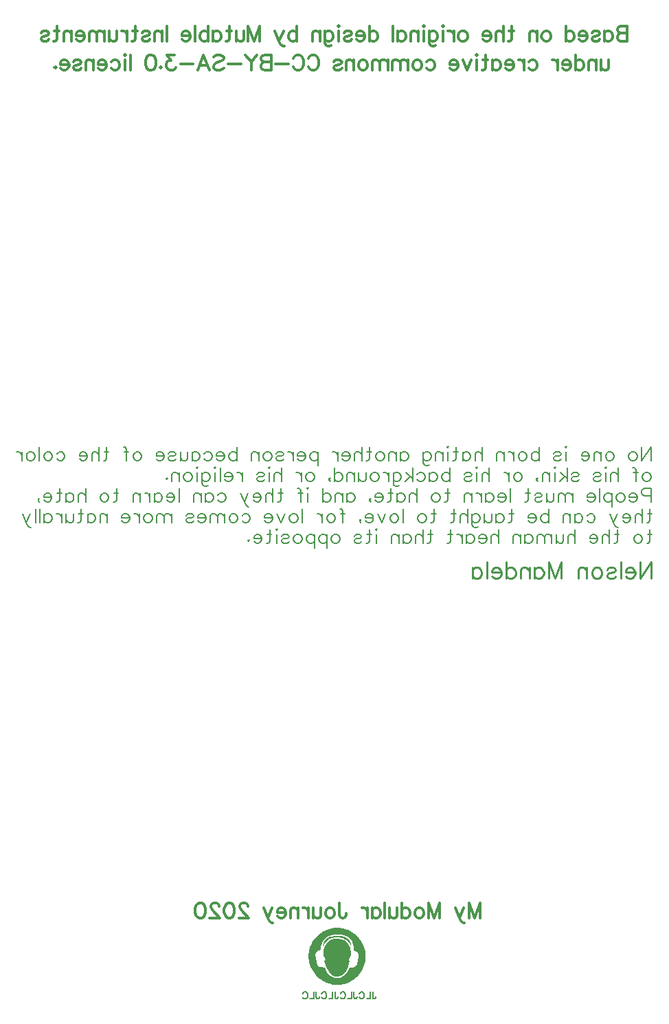
<source format=gbo>
G04 Layer: BottomSilkLayer*
G04 EasyEDA v6.4.14, 2021-02-14T17:06:54+01:00*
G04 7968197435cc47b8ae8c81e71e0902fa,25b4ee72c661442e84e9813f09f547ec,10*
G04 Gerber Generator version 0.2*
G04 Scale: 100 percent, Rotated: No, Reflected: No *
G04 Dimensions in millimeters *
G04 leading zeros omitted , absolute positions ,4 integer and 5 decimal *
%FSLAX45Y45*%
%MOMM*%

%ADD16C,0.2032*%
%ADD17C,0.3000*%
%ADD18C,0.2200*%

%LPD*%
G36*
X4005783Y966622D02*
G01*
X3969867Y960272D01*
X3956354Y957376D01*
X3942994Y953922D01*
X3929684Y950010D01*
X3916629Y945591D01*
X3903726Y940714D01*
X3891127Y935380D01*
X3878834Y929640D01*
X3866845Y923493D01*
X3855313Y916990D01*
X3844188Y910082D01*
X3833571Y902817D01*
X3807053Y882954D01*
X3752392Y824941D01*
X3735222Y795528D01*
X3728567Y783285D01*
X3721862Y770178D01*
X3715918Y757834D01*
X3702710Y728065D01*
X3688181Y668832D01*
X3685122Y628345D01*
X3770680Y628345D01*
X3775049Y651611D01*
X3796080Y677113D01*
X3834231Y695198D01*
X3834231Y747217D01*
X3843680Y747217D01*
X3847795Y781710D01*
X3865676Y819505D01*
X3899458Y851103D01*
X3935882Y869543D01*
X3985717Y882142D01*
X4025137Y884224D01*
X4039260Y884682D01*
X4051706Y884631D01*
X4063593Y883970D01*
X4076141Y882650D01*
X4090415Y880618D01*
X4120946Y875690D01*
X4162348Y858824D01*
X4196892Y832561D01*
X4221022Y796188D01*
X4232503Y748944D01*
X4241698Y743407D01*
X4241698Y692048D01*
X4266692Y683768D01*
X4278731Y673201D01*
X4283811Y668324D01*
X4288739Y662838D01*
X4292955Y657453D01*
X4295851Y652830D01*
X4300880Y643077D01*
X4300880Y615950D01*
X4279696Y515924D01*
X4265828Y493471D01*
X4236008Y479043D01*
X4189780Y479043D01*
X4154271Y409956D01*
X4116781Y370941D01*
X4069283Y348437D01*
X4002989Y348437D01*
X3956862Y371144D01*
X3913733Y417220D01*
X3884422Y477316D01*
X3832504Y481177D01*
X3814622Y488797D01*
X3793591Y512775D01*
X3770680Y628345D01*
X3685122Y628345D01*
X3683711Y609650D01*
X3691585Y545084D01*
X3709670Y487730D01*
X3737508Y432054D01*
X3771646Y385775D01*
X3821176Y339039D01*
X3849420Y320903D01*
X3859682Y314655D01*
X3870045Y308864D01*
X3880459Y303479D01*
X3891026Y298500D01*
X3901744Y293827D01*
X3912768Y289509D01*
X3924096Y285445D01*
X3935780Y281686D01*
X3947922Y278180D01*
X3982212Y269240D01*
X4062323Y265836D01*
X4127449Y277164D01*
X4188002Y299923D01*
X4215739Y316179D01*
X4230878Y325628D01*
X4240682Y332282D01*
X4250182Y339242D01*
X4259376Y346506D01*
X4268368Y354076D01*
X4277004Y361899D01*
X4285437Y370078D01*
X4293565Y378510D01*
X4301388Y387299D01*
X4308957Y396341D01*
X4316272Y405638D01*
X4323283Y415290D01*
X4329988Y425196D01*
X4336440Y435406D01*
X4342638Y445922D01*
X4348530Y456692D01*
X4354118Y467766D01*
X4370019Y501700D01*
X4385868Y560882D01*
X4385868Y672338D01*
X4370120Y731520D01*
X4336846Y801166D01*
X4293412Y858672D01*
X4265015Y882700D01*
X4253128Y892048D01*
X4240479Y901547D01*
X4228490Y910031D01*
X4199636Y928827D01*
X4170984Y940562D01*
X4160367Y944371D01*
X4148328Y948283D01*
X4135526Y952093D01*
X4109720Y958951D01*
X4097934Y961593D01*
X4087622Y963523D01*
X4080459Y964488D01*
X4059783Y965555D01*
X4039311Y966114D01*
G37*
G36*
X4041444Y867918D02*
G01*
X4013708Y866190D01*
X4001668Y864869D01*
X3988511Y863041D01*
X3975760Y860856D01*
X3943908Y854354D01*
X3904792Y834644D01*
X3876395Y802386D01*
X3868928Y778764D01*
X3864914Y763168D01*
X3863594Y756767D01*
X3861308Y743712D01*
X3864305Y743712D01*
X3866286Y745286D01*
X3869436Y749503D01*
X3873347Y755751D01*
X3877564Y763320D01*
X3887774Y782929D01*
X3920185Y816203D01*
X3946347Y829310D01*
X3956964Y833932D01*
X3968140Y838301D01*
X3978503Y841756D01*
X4002836Y848207D01*
X4067200Y848207D01*
X4104132Y840486D01*
X4149394Y819200D01*
X4187698Y780034D01*
X4196435Y762000D01*
X4200042Y754989D01*
X4203446Y749249D01*
X4206290Y745337D01*
X4208119Y743864D01*
X4211116Y743712D01*
X4207713Y766318D01*
X4206443Y772210D01*
X4203192Y783437D01*
X4201210Y788771D01*
X4199026Y793902D01*
X4196537Y798931D01*
X4193844Y803706D01*
X4190847Y808380D01*
X4187647Y812850D01*
X4184192Y817168D01*
X4180484Y821334D01*
X4172305Y829157D01*
X4167835Y832815D01*
X4147667Y847344D01*
X4100626Y862482D01*
G37*
G36*
X4048404Y833729D02*
G01*
X3996182Y830021D01*
X3954119Y817016D01*
X3919931Y792734D01*
X3904742Y773480D01*
X3898493Y764540D01*
X3892854Y755294D01*
X3887774Y745591D01*
X3883253Y735482D01*
X3879240Y724865D01*
X3875786Y713740D01*
X3872788Y702005D01*
X3870299Y689610D01*
X3868216Y676503D01*
X3865067Y649681D01*
X3869893Y610870D01*
X3881424Y606298D01*
X3884066Y604723D01*
X3885844Y603199D01*
X3886555Y601878D01*
X3887520Y596087D01*
X3892753Y572719D01*
X3878478Y559409D01*
X3901084Y487730D01*
X3932885Y425958D01*
X3970528Y385267D01*
X4006596Y367995D01*
X4038854Y363474D01*
X4077665Y371500D01*
X4114596Y396189D01*
X4144060Y431495D01*
X4171289Y484276D01*
X4184294Y525221D01*
X4191101Y548944D01*
X4192727Y556107D01*
X4192930Y557936D01*
X4192930Y563626D01*
X4181856Y571703D01*
X4186834Y604926D01*
X4202379Y610819D01*
X4205376Y629462D01*
X4206392Y639927D01*
X4206646Y645210D01*
X4206494Y656082D01*
X4205579Y667867D01*
X4203903Y680821D01*
X4201363Y695452D01*
X4195876Y724560D01*
X4175506Y767334D01*
X4143654Y802843D01*
X4093667Y827227D01*
G37*
D16*
X4474123Y178716D02*
G01*
X4474123Y113263D01*
X4478215Y100990D01*
X4482304Y96898D01*
X4490486Y92809D01*
X4498670Y92809D01*
X4506851Y96898D01*
X4510940Y100990D01*
X4515032Y113263D01*
X4515032Y121445D01*
X4447123Y178716D02*
G01*
X4447123Y92809D01*
X4447123Y92809D02*
G01*
X4398032Y92809D01*
X4309668Y158262D02*
G01*
X4313760Y166443D01*
X4321942Y174627D01*
X4330123Y178716D01*
X4346488Y178716D01*
X4354669Y174627D01*
X4362851Y166443D01*
X4366940Y158262D01*
X4371032Y145989D01*
X4371032Y125534D01*
X4366940Y113263D01*
X4362851Y105079D01*
X4354669Y96898D01*
X4346488Y92809D01*
X4330123Y92809D01*
X4321942Y96898D01*
X4313760Y105079D01*
X4309668Y113263D01*
X4241759Y178716D02*
G01*
X4241759Y113263D01*
X4245851Y100990D01*
X4249943Y96898D01*
X4258124Y92809D01*
X4266305Y92809D01*
X4274487Y96898D01*
X4278579Y100990D01*
X4282668Y113263D01*
X4282668Y121445D01*
X4214759Y178716D02*
G01*
X4214759Y92809D01*
X4214759Y92809D02*
G01*
X4165668Y92809D01*
X4077304Y158262D02*
G01*
X4081396Y166443D01*
X4089577Y174627D01*
X4097759Y178716D01*
X4114124Y178716D01*
X4122305Y174627D01*
X4130487Y166443D01*
X4134578Y158262D01*
X4138668Y145989D01*
X4138668Y125534D01*
X4134578Y113263D01*
X4130487Y105079D01*
X4122305Y96898D01*
X4114124Y92809D01*
X4097759Y92809D01*
X4089577Y96898D01*
X4081396Y105079D01*
X4077304Y113263D01*
X4009397Y178716D02*
G01*
X4009397Y113263D01*
X4013487Y100990D01*
X4017578Y96898D01*
X4025760Y92809D01*
X4033941Y92809D01*
X4042122Y96898D01*
X4046214Y100990D01*
X4050306Y113263D01*
X4050306Y121445D01*
X3982397Y178716D02*
G01*
X3982397Y92809D01*
X3982397Y92809D02*
G01*
X3933306Y92809D01*
X3844942Y158262D02*
G01*
X3849032Y166443D01*
X3857213Y174627D01*
X3865397Y178716D01*
X3881760Y178716D01*
X3889941Y174627D01*
X3898122Y166443D01*
X3902214Y158262D01*
X3906306Y145989D01*
X3906306Y125534D01*
X3902214Y113263D01*
X3898122Y105079D01*
X3889941Y96898D01*
X3881760Y92809D01*
X3865397Y92809D01*
X3857213Y96898D01*
X3849032Y105079D01*
X3844942Y113263D01*
X3777033Y178716D02*
G01*
X3777033Y113263D01*
X3781122Y100990D01*
X3785214Y96898D01*
X3793396Y92809D01*
X3801577Y92809D01*
X3809761Y96898D01*
X3813850Y100990D01*
X3817942Y113263D01*
X3817942Y121445D01*
X3750033Y178716D02*
G01*
X3750033Y92809D01*
X3750033Y92809D02*
G01*
X3700942Y92809D01*
X3612578Y158262D02*
G01*
X3616670Y166443D01*
X3624851Y174627D01*
X3633033Y178716D01*
X3649395Y178716D01*
X3657577Y174627D01*
X3665761Y166443D01*
X3669850Y158262D01*
X3673942Y145989D01*
X3673942Y125534D01*
X3669850Y113263D01*
X3665761Y105079D01*
X3657577Y96898D01*
X3649395Y92809D01*
X3633033Y92809D01*
X3624851Y96898D01*
X3616670Y105079D01*
X3612578Y113263D01*
D17*
X7613832Y12065226D02*
G01*
X7613832Y11883862D01*
X7613832Y12065226D02*
G01*
X7536106Y12065226D01*
X7510195Y12056590D01*
X7501559Y12047954D01*
X7492923Y12030682D01*
X7492923Y12013407D01*
X7501559Y11996135D01*
X7510195Y11987499D01*
X7536106Y11978863D01*
X7613832Y11978863D02*
G01*
X7536106Y11978863D01*
X7510195Y11970227D01*
X7501559Y11961588D01*
X7492923Y11944316D01*
X7492923Y11918408D01*
X7501559Y11901134D01*
X7510195Y11892498D01*
X7536106Y11883862D01*
X7613832Y11883862D01*
X7332286Y12004771D02*
G01*
X7332286Y11883862D01*
X7332286Y11978863D02*
G01*
X7349561Y11996135D01*
X7366833Y12004771D01*
X7392741Y12004771D01*
X7410015Y11996135D01*
X7427287Y11978863D01*
X7435923Y11952952D01*
X7435923Y11935680D01*
X7427287Y11909772D01*
X7410015Y11892498D01*
X7392741Y11883862D01*
X7366833Y11883862D01*
X7349561Y11892498D01*
X7332286Y11909772D01*
X7180287Y11978863D02*
G01*
X7188923Y11996135D01*
X7214831Y12004771D01*
X7240742Y12004771D01*
X7266650Y11996135D01*
X7275286Y11978863D01*
X7266650Y11961588D01*
X7249378Y11952952D01*
X7206195Y11944316D01*
X7188923Y11935680D01*
X7180287Y11918408D01*
X7180287Y11909772D01*
X7188923Y11892498D01*
X7214831Y11883862D01*
X7240742Y11883862D01*
X7266650Y11892498D01*
X7275286Y11909772D01*
X7123287Y11952952D02*
G01*
X7019650Y11952952D01*
X7019650Y11970227D01*
X7028286Y11987499D01*
X7036922Y11996135D01*
X7054197Y12004771D01*
X7080105Y12004771D01*
X7097377Y11996135D01*
X7114651Y11978863D01*
X7123287Y11952952D01*
X7123287Y11935680D01*
X7114651Y11909772D01*
X7097377Y11892498D01*
X7080105Y11883862D01*
X7054197Y11883862D01*
X7036922Y11892498D01*
X7019650Y11909772D01*
X6859013Y12065226D02*
G01*
X6859013Y11883862D01*
X6859013Y11978863D02*
G01*
X6876288Y11996135D01*
X6893559Y12004771D01*
X6919468Y12004771D01*
X6936742Y11996135D01*
X6954014Y11978863D01*
X6962650Y11952952D01*
X6962650Y11935680D01*
X6954014Y11909772D01*
X6936742Y11892498D01*
X6919468Y11883862D01*
X6893559Y11883862D01*
X6876288Y11892498D01*
X6859013Y11909772D01*
X6625833Y12004771D02*
G01*
X6643105Y11996135D01*
X6660377Y11978863D01*
X6669013Y11952952D01*
X6669013Y11935680D01*
X6660377Y11909772D01*
X6643105Y11892498D01*
X6625833Y11883862D01*
X6599923Y11883862D01*
X6582651Y11892498D01*
X6565379Y11909772D01*
X6556740Y11935680D01*
X6556740Y11952952D01*
X6565379Y11978863D01*
X6582651Y11996135D01*
X6599923Y12004771D01*
X6625833Y12004771D01*
X6499743Y12004771D02*
G01*
X6499743Y11883862D01*
X6499743Y11970227D02*
G01*
X6473832Y11996135D01*
X6456560Y12004771D01*
X6430650Y12004771D01*
X6413378Y11996135D01*
X6404742Y11970227D01*
X6404742Y11883862D01*
X6188831Y12065226D02*
G01*
X6188831Y11918408D01*
X6180195Y11892498D01*
X6162923Y11883862D01*
X6145651Y11883862D01*
X6214742Y12004771D02*
G01*
X6154287Y12004771D01*
X6088651Y12065226D02*
G01*
X6088651Y11883862D01*
X6088651Y11970227D02*
G01*
X6062741Y11996135D01*
X6045469Y12004771D01*
X6019561Y12004771D01*
X6002286Y11996135D01*
X5993650Y11970227D01*
X5993650Y11883862D01*
X5936650Y11952952D02*
G01*
X5833013Y11952952D01*
X5833013Y11970227D01*
X5841652Y11987499D01*
X5850288Y11996135D01*
X5867560Y12004771D01*
X5893468Y12004771D01*
X5910742Y11996135D01*
X5928014Y11978863D01*
X5936650Y11952952D01*
X5936650Y11935680D01*
X5928014Y11909772D01*
X5910742Y11892498D01*
X5893468Y11883862D01*
X5867560Y11883862D01*
X5850288Y11892498D01*
X5833013Y11909772D01*
X5599833Y12004771D02*
G01*
X5617105Y11996135D01*
X5634377Y11978863D01*
X5643013Y11952952D01*
X5643013Y11935680D01*
X5634377Y11909772D01*
X5617105Y11892498D01*
X5599833Y11883862D01*
X5573923Y11883862D01*
X5556651Y11892498D01*
X5539379Y11909772D01*
X5530740Y11935680D01*
X5530740Y11952952D01*
X5539379Y11978863D01*
X5556651Y11996135D01*
X5573923Y12004771D01*
X5599833Y12004771D01*
X5473743Y12004771D02*
G01*
X5473743Y11883862D01*
X5473743Y11952952D02*
G01*
X5465104Y11978863D01*
X5447832Y11996135D01*
X5430560Y12004771D01*
X5404650Y12004771D01*
X5347649Y12065226D02*
G01*
X5339013Y12056590D01*
X5330377Y12065226D01*
X5339013Y12073862D01*
X5347649Y12065226D01*
X5339013Y12004771D02*
G01*
X5339013Y11883862D01*
X5169740Y12004771D02*
G01*
X5169740Y11866590D01*
X5178379Y11840679D01*
X5187015Y11832043D01*
X5204287Y11823407D01*
X5230195Y11823407D01*
X5247469Y11832043D01*
X5169740Y11978863D02*
G01*
X5187015Y11996135D01*
X5204287Y12004771D01*
X5230195Y12004771D01*
X5247469Y11996135D01*
X5264741Y11978863D01*
X5273377Y11952952D01*
X5273377Y11935680D01*
X5264741Y11909772D01*
X5247469Y11892498D01*
X5230195Y11883862D01*
X5204287Y11883862D01*
X5187015Y11892498D01*
X5169740Y11909772D01*
X5112743Y12065226D02*
G01*
X5104104Y12056590D01*
X5095468Y12065226D01*
X5104104Y12073862D01*
X5112743Y12065226D01*
X5104104Y12004771D02*
G01*
X5104104Y11883862D01*
X5038468Y12004771D02*
G01*
X5038468Y11883862D01*
X5038468Y11970227D02*
G01*
X5012560Y11996135D01*
X4995288Y12004771D01*
X4969377Y12004771D01*
X4952105Y11996135D01*
X4943469Y11970227D01*
X4943469Y11883862D01*
X4782832Y12004771D02*
G01*
X4782832Y11883862D01*
X4782832Y11978863D02*
G01*
X4800104Y11996135D01*
X4817379Y12004771D01*
X4843287Y12004771D01*
X4860559Y11996135D01*
X4877833Y11978863D01*
X4886469Y11952952D01*
X4886469Y11935680D01*
X4877833Y11909772D01*
X4860559Y11892498D01*
X4843287Y11883862D01*
X4817379Y11883862D01*
X4800104Y11892498D01*
X4782832Y11909772D01*
X4725832Y12065226D02*
G01*
X4725832Y11883862D01*
X4432195Y12065226D02*
G01*
X4432195Y11883862D01*
X4432195Y11978863D02*
G01*
X4449470Y11996135D01*
X4466742Y12004771D01*
X4492650Y12004771D01*
X4509924Y11996135D01*
X4527196Y11978863D01*
X4535832Y11952952D01*
X4535832Y11935680D01*
X4527196Y11909772D01*
X4509924Y11892498D01*
X4492650Y11883862D01*
X4466742Y11883862D01*
X4449470Y11892498D01*
X4432195Y11909772D01*
X4375195Y11952952D02*
G01*
X4271561Y11952952D01*
X4271561Y11970227D01*
X4280197Y11987499D01*
X4288833Y11996135D01*
X4306105Y12004771D01*
X4332015Y12004771D01*
X4349287Y11996135D01*
X4366559Y11978863D01*
X4375195Y11952952D01*
X4375195Y11935680D01*
X4366559Y11909772D01*
X4349287Y11892498D01*
X4332015Y11883862D01*
X4306105Y11883862D01*
X4288833Y11892498D01*
X4271561Y11909772D01*
X4119559Y11978863D02*
G01*
X4128195Y11996135D01*
X4154106Y12004771D01*
X4180014Y12004771D01*
X4205925Y11996135D01*
X4214561Y11978863D01*
X4205925Y11961588D01*
X4188650Y11952952D01*
X4145470Y11944316D01*
X4128195Y11935680D01*
X4119559Y11918408D01*
X4119559Y11909772D01*
X4128195Y11892498D01*
X4154106Y11883862D01*
X4180014Y11883862D01*
X4205925Y11892498D01*
X4214561Y11909772D01*
X4062559Y12065226D02*
G01*
X4053923Y12056590D01*
X4045287Y12065226D01*
X4053923Y12073862D01*
X4062559Y12065226D01*
X4053923Y12004771D02*
G01*
X4053923Y11883862D01*
X3884650Y12004771D02*
G01*
X3884650Y11866590D01*
X3893286Y11840679D01*
X3901922Y11832043D01*
X3919197Y11823407D01*
X3945105Y11823407D01*
X3962377Y11832043D01*
X3884650Y11978863D02*
G01*
X3901922Y11996135D01*
X3919197Y12004771D01*
X3945105Y12004771D01*
X3962377Y11996135D01*
X3979651Y11978863D01*
X3988287Y11952952D01*
X3988287Y11935680D01*
X3979651Y11909772D01*
X3962377Y11892498D01*
X3945105Y11883862D01*
X3919197Y11883862D01*
X3901922Y11892498D01*
X3884650Y11909772D01*
X3827650Y12004771D02*
G01*
X3827650Y11883862D01*
X3827650Y11970227D02*
G01*
X3801742Y11996135D01*
X3784470Y12004771D01*
X3758559Y12004771D01*
X3741287Y11996135D01*
X3732651Y11970227D01*
X3732651Y11883862D01*
X3542652Y12065226D02*
G01*
X3542652Y11883862D01*
X3542652Y11978863D02*
G01*
X3525377Y11996135D01*
X3508105Y12004771D01*
X3482197Y12004771D01*
X3464923Y11996135D01*
X3447651Y11978863D01*
X3439015Y11952952D01*
X3439015Y11935680D01*
X3447651Y11909772D01*
X3464923Y11892498D01*
X3482197Y11883862D01*
X3508105Y11883862D01*
X3525377Y11892498D01*
X3542652Y11909772D01*
X3373379Y12004771D02*
G01*
X3321560Y11883862D01*
X3269741Y12004771D02*
G01*
X3321560Y11883862D01*
X3338832Y11849318D01*
X3356104Y11832043D01*
X3373379Y11823407D01*
X3382015Y11823407D01*
X3079742Y12065226D02*
G01*
X3079742Y11883862D01*
X3079742Y12065226D02*
G01*
X3010651Y11883862D01*
X2941561Y12065226D02*
G01*
X3010651Y11883862D01*
X2941561Y12065226D02*
G01*
X2941561Y11883862D01*
X2884561Y12004771D02*
G01*
X2884561Y11918408D01*
X2875922Y11892498D01*
X2858650Y11883862D01*
X2832742Y11883862D01*
X2815468Y11892498D01*
X2789560Y11918408D01*
X2789560Y12004771D02*
G01*
X2789560Y11883862D01*
X2706651Y12065226D02*
G01*
X2706651Y11918408D01*
X2698015Y11892498D01*
X2680741Y11883862D01*
X2663469Y11883862D01*
X2732559Y12004771D02*
G01*
X2672105Y12004771D01*
X2502832Y12004771D02*
G01*
X2502832Y11883862D01*
X2502832Y11978863D02*
G01*
X2520106Y11996135D01*
X2537378Y12004771D01*
X2563286Y12004771D01*
X2580561Y11996135D01*
X2597833Y11978863D01*
X2606469Y11952952D01*
X2606469Y11935680D01*
X2597833Y11909772D01*
X2580561Y11892498D01*
X2563286Y11883862D01*
X2537378Y11883862D01*
X2520106Y11892498D01*
X2502832Y11909772D01*
X2445832Y12065226D02*
G01*
X2445832Y11883862D01*
X2445832Y11978863D02*
G01*
X2428560Y11996135D01*
X2411288Y12004771D01*
X2385377Y12004771D01*
X2368105Y11996135D01*
X2350833Y11978863D01*
X2342197Y11952952D01*
X2342197Y11935680D01*
X2350833Y11909772D01*
X2368105Y11892498D01*
X2385377Y11883862D01*
X2411288Y11883862D01*
X2428560Y11892498D01*
X2445832Y11909772D01*
X2285197Y12065226D02*
G01*
X2285197Y11883862D01*
X2228197Y11952952D02*
G01*
X2124560Y11952952D01*
X2124560Y11970227D01*
X2133196Y11987499D01*
X2141832Y11996135D01*
X2159106Y12004771D01*
X2185014Y12004771D01*
X2202286Y11996135D01*
X2219561Y11978863D01*
X2228197Y11952952D01*
X2228197Y11935680D01*
X2219561Y11909772D01*
X2202286Y11892498D01*
X2185014Y11883862D01*
X2159106Y11883862D01*
X2141832Y11892498D01*
X2124560Y11909772D01*
X1934560Y12065226D02*
G01*
X1934560Y11883862D01*
X1877560Y12004771D02*
G01*
X1877560Y11883862D01*
X1877560Y11970227D02*
G01*
X1851649Y11996135D01*
X1834377Y12004771D01*
X1808469Y12004771D01*
X1791195Y11996135D01*
X1782559Y11970227D01*
X1782559Y11883862D01*
X1630560Y11978863D02*
G01*
X1639196Y11996135D01*
X1665104Y12004771D01*
X1691015Y12004771D01*
X1716923Y11996135D01*
X1725559Y11978863D01*
X1716923Y11961588D01*
X1699651Y11952952D01*
X1656468Y11944316D01*
X1639196Y11935680D01*
X1630560Y11918408D01*
X1630560Y11909772D01*
X1639196Y11892498D01*
X1665104Y11883862D01*
X1691015Y11883862D01*
X1716923Y11892498D01*
X1725559Y11909772D01*
X1547649Y12065226D02*
G01*
X1547649Y11918408D01*
X1539013Y11892498D01*
X1521741Y11883862D01*
X1504469Y11883862D01*
X1573560Y12004771D02*
G01*
X1513105Y12004771D01*
X1447469Y12004771D02*
G01*
X1447469Y11883862D01*
X1447469Y11952952D02*
G01*
X1438833Y11978863D01*
X1421559Y11996135D01*
X1404287Y12004771D01*
X1378379Y12004771D01*
X1321379Y12004771D02*
G01*
X1321379Y11918408D01*
X1312743Y11892498D01*
X1295468Y11883862D01*
X1269560Y11883862D01*
X1252288Y11892498D01*
X1226378Y11918408D01*
X1226378Y12004771D02*
G01*
X1226378Y11883862D01*
X1169377Y12004771D02*
G01*
X1169377Y11883862D01*
X1169377Y11970227D02*
G01*
X1143469Y11996135D01*
X1126195Y12004771D01*
X1100287Y12004771D01*
X1083015Y11996135D01*
X1074379Y11970227D01*
X1074379Y11883862D01*
X1074379Y11970227D02*
G01*
X1048468Y11996135D01*
X1031196Y12004771D01*
X1005286Y12004771D01*
X988014Y11996135D01*
X979378Y11970227D01*
X979378Y11883862D01*
X922378Y11952952D02*
G01*
X818741Y11952952D01*
X818741Y11970227D01*
X827379Y11987499D01*
X836015Y11996135D01*
X853287Y12004771D01*
X879195Y12004771D01*
X896470Y11996135D01*
X913742Y11978863D01*
X922378Y11952952D01*
X922378Y11935680D01*
X913742Y11909772D01*
X896470Y11892498D01*
X879195Y11883862D01*
X853287Y11883862D01*
X836015Y11892498D01*
X818741Y11909772D01*
X761740Y12004771D02*
G01*
X761740Y11883862D01*
X761740Y11970227D02*
G01*
X735832Y11996135D01*
X718560Y12004771D01*
X692650Y12004771D01*
X675378Y11996135D01*
X666742Y11970227D01*
X666742Y11883862D01*
X583831Y12065226D02*
G01*
X583831Y11918408D01*
X575195Y11892498D01*
X557923Y11883862D01*
X540651Y11883862D01*
X609742Y12004771D02*
G01*
X549287Y12004771D01*
X388650Y11978863D02*
G01*
X397286Y11996135D01*
X423197Y12004771D01*
X449105Y12004771D01*
X475015Y11996135D01*
X483651Y11978863D01*
X475015Y11961588D01*
X457741Y11952952D01*
X414561Y11944316D01*
X397286Y11935680D01*
X388650Y11918408D01*
X388650Y11909772D01*
X397286Y11892498D01*
X423197Y11883862D01*
X449105Y11883862D01*
X475015Y11892498D01*
X483651Y11909772D01*
X7385232Y11649171D02*
G01*
X7385232Y11562808D01*
X7376596Y11536898D01*
X7359324Y11528262D01*
X7333414Y11528262D01*
X7316142Y11536898D01*
X7290231Y11562808D01*
X7290231Y11649171D02*
G01*
X7290231Y11528262D01*
X7233231Y11649171D02*
G01*
X7233231Y11528262D01*
X7233231Y11614627D02*
G01*
X7207323Y11640535D01*
X7190051Y11649171D01*
X7164141Y11649171D01*
X7146869Y11640535D01*
X7138233Y11614627D01*
X7138233Y11528262D01*
X6977595Y11709626D02*
G01*
X6977595Y11528262D01*
X6977595Y11623263D02*
G01*
X6994870Y11640535D01*
X7012142Y11649171D01*
X7038050Y11649171D01*
X7055324Y11640535D01*
X7072596Y11623263D01*
X7081232Y11597352D01*
X7081232Y11580080D01*
X7072596Y11554172D01*
X7055324Y11536898D01*
X7038050Y11528262D01*
X7012142Y11528262D01*
X6994870Y11536898D01*
X6977595Y11554172D01*
X6920595Y11597352D02*
G01*
X6816961Y11597352D01*
X6816961Y11614627D01*
X6825597Y11631899D01*
X6834233Y11640535D01*
X6851505Y11649171D01*
X6877415Y11649171D01*
X6894687Y11640535D01*
X6911959Y11623263D01*
X6920595Y11597352D01*
X6920595Y11580080D01*
X6911959Y11554172D01*
X6894687Y11536898D01*
X6877415Y11528262D01*
X6851505Y11528262D01*
X6834233Y11536898D01*
X6816961Y11554172D01*
X6759961Y11649171D02*
G01*
X6759961Y11528262D01*
X6759961Y11597352D02*
G01*
X6751322Y11623263D01*
X6734050Y11640535D01*
X6716778Y11649171D01*
X6690868Y11649171D01*
X6397233Y11623263D02*
G01*
X6414505Y11640535D01*
X6431777Y11649171D01*
X6457688Y11649171D01*
X6474960Y11640535D01*
X6492232Y11623263D01*
X6500868Y11597352D01*
X6500868Y11580080D01*
X6492232Y11554172D01*
X6474960Y11536898D01*
X6457688Y11528262D01*
X6431777Y11528262D01*
X6414505Y11536898D01*
X6397233Y11554172D01*
X6340233Y11649171D02*
G01*
X6340233Y11528262D01*
X6340233Y11597352D02*
G01*
X6331597Y11623263D01*
X6314323Y11640535D01*
X6297051Y11649171D01*
X6271143Y11649171D01*
X6214143Y11597352D02*
G01*
X6110505Y11597352D01*
X6110505Y11614627D01*
X6119141Y11631899D01*
X6127777Y11640535D01*
X6145049Y11649171D01*
X6170960Y11649171D01*
X6188232Y11640535D01*
X6205504Y11623263D01*
X6214143Y11597352D01*
X6214143Y11580080D01*
X6205504Y11554172D01*
X6188232Y11536898D01*
X6170960Y11528262D01*
X6145049Y11528262D01*
X6127777Y11536898D01*
X6110505Y11554172D01*
X5949868Y11649171D02*
G01*
X5949868Y11528262D01*
X5949868Y11623263D02*
G01*
X5967140Y11640535D01*
X5984415Y11649171D01*
X6010323Y11649171D01*
X6027595Y11640535D01*
X6044869Y11623263D01*
X6053505Y11597352D01*
X6053505Y11580080D01*
X6044869Y11554172D01*
X6027595Y11536898D01*
X6010323Y11528262D01*
X5984415Y11528262D01*
X5967140Y11536898D01*
X5949868Y11554172D01*
X5866960Y11709626D02*
G01*
X5866960Y11562808D01*
X5858324Y11536898D01*
X5841050Y11528262D01*
X5823778Y11528262D01*
X5892868Y11649171D02*
G01*
X5832414Y11649171D01*
X5766777Y11709626D02*
G01*
X5758141Y11700990D01*
X5749505Y11709626D01*
X5758141Y11718262D01*
X5766777Y11709626D01*
X5758141Y11649171D02*
G01*
X5758141Y11528262D01*
X5692505Y11649171D02*
G01*
X5640687Y11528262D01*
X5588868Y11649171D02*
G01*
X5640687Y11528262D01*
X5531868Y11597352D02*
G01*
X5428234Y11597352D01*
X5428234Y11614627D01*
X5436870Y11631899D01*
X5445506Y11640535D01*
X5462777Y11649171D01*
X5488688Y11649171D01*
X5505960Y11640535D01*
X5523232Y11623263D01*
X5531868Y11597352D01*
X5531868Y11580080D01*
X5523232Y11554172D01*
X5505960Y11536898D01*
X5488688Y11528262D01*
X5462777Y11528262D01*
X5445506Y11536898D01*
X5428234Y11554172D01*
X5134597Y11623263D02*
G01*
X5151869Y11640535D01*
X5169141Y11649171D01*
X5195051Y11649171D01*
X5212323Y11640535D01*
X5229595Y11623263D01*
X5238231Y11597352D01*
X5238231Y11580080D01*
X5229595Y11554172D01*
X5212323Y11536898D01*
X5195051Y11528262D01*
X5169141Y11528262D01*
X5151869Y11536898D01*
X5134597Y11554172D01*
X5034414Y11649171D02*
G01*
X5051686Y11640535D01*
X5068961Y11623263D01*
X5077597Y11597352D01*
X5077597Y11580080D01*
X5068961Y11554172D01*
X5051686Y11536898D01*
X5034414Y11528262D01*
X5008506Y11528262D01*
X4991232Y11536898D01*
X4973960Y11554172D01*
X4965324Y11580080D01*
X4965324Y11597352D01*
X4973960Y11623263D01*
X4991232Y11640535D01*
X5008506Y11649171D01*
X5034414Y11649171D01*
X4908323Y11649171D02*
G01*
X4908323Y11528262D01*
X4908323Y11614627D02*
G01*
X4882415Y11640535D01*
X4865141Y11649171D01*
X4839233Y11649171D01*
X4821961Y11640535D01*
X4813322Y11614627D01*
X4813322Y11528262D01*
X4813322Y11614627D02*
G01*
X4787414Y11640535D01*
X4770142Y11649171D01*
X4744232Y11649171D01*
X4726960Y11640535D01*
X4718324Y11614627D01*
X4718324Y11528262D01*
X4661324Y11649171D02*
G01*
X4661324Y11528262D01*
X4661324Y11614627D02*
G01*
X4635413Y11640535D01*
X4618141Y11649171D01*
X4592233Y11649171D01*
X4574959Y11640535D01*
X4566323Y11614627D01*
X4566323Y11528262D01*
X4566323Y11614627D02*
G01*
X4540415Y11640535D01*
X4523143Y11649171D01*
X4497232Y11649171D01*
X4479960Y11640535D01*
X4471324Y11614627D01*
X4471324Y11528262D01*
X4371141Y11649171D02*
G01*
X4388413Y11640535D01*
X4405688Y11623263D01*
X4414324Y11597352D01*
X4414324Y11580080D01*
X4405688Y11554172D01*
X4388413Y11536898D01*
X4371141Y11528262D01*
X4345233Y11528262D01*
X4327959Y11536898D01*
X4310687Y11554172D01*
X4302051Y11580080D01*
X4302051Y11597352D01*
X4310687Y11623263D01*
X4327959Y11640535D01*
X4345233Y11649171D01*
X4371141Y11649171D01*
X4245051Y11649171D02*
G01*
X4245051Y11528262D01*
X4245051Y11614627D02*
G01*
X4219143Y11640535D01*
X4201868Y11649171D01*
X4175960Y11649171D01*
X4158688Y11640535D01*
X4150050Y11614627D01*
X4150050Y11528262D01*
X3998051Y11623263D02*
G01*
X4006687Y11640535D01*
X4032595Y11649171D01*
X4058505Y11649171D01*
X4084413Y11640535D01*
X4093049Y11623263D01*
X4084413Y11605988D01*
X4067141Y11597352D01*
X4023959Y11588716D01*
X4006687Y11580080D01*
X3998051Y11562808D01*
X3998051Y11554172D01*
X4006687Y11536898D01*
X4032595Y11528262D01*
X4058505Y11528262D01*
X4084413Y11536898D01*
X4093049Y11554172D01*
X3678506Y11666443D02*
G01*
X3687142Y11683718D01*
X3704414Y11700990D01*
X3721686Y11709626D01*
X3756233Y11709626D01*
X3773505Y11700990D01*
X3790777Y11683718D01*
X3799415Y11666443D01*
X3808051Y11640535D01*
X3808051Y11597352D01*
X3799415Y11571444D01*
X3790777Y11554172D01*
X3773505Y11536898D01*
X3756233Y11528262D01*
X3721686Y11528262D01*
X3704414Y11536898D01*
X3687142Y11554172D01*
X3678506Y11571444D01*
X3491958Y11666443D02*
G01*
X3500597Y11683718D01*
X3517869Y11700990D01*
X3535141Y11709626D01*
X3569688Y11709626D01*
X3586960Y11700990D01*
X3604232Y11683718D01*
X3612868Y11666443D01*
X3621506Y11640535D01*
X3621506Y11597352D01*
X3612868Y11571444D01*
X3604232Y11554172D01*
X3586960Y11536898D01*
X3569688Y11528262D01*
X3535141Y11528262D01*
X3517869Y11536898D01*
X3500597Y11554172D01*
X3491958Y11571444D01*
X3434961Y11605988D02*
G01*
X3279505Y11605988D01*
X3222505Y11709626D02*
G01*
X3222505Y11528262D01*
X3222505Y11709626D02*
G01*
X3144779Y11709626D01*
X3118868Y11700990D01*
X3110232Y11692354D01*
X3101596Y11675082D01*
X3101596Y11657807D01*
X3110232Y11640535D01*
X3118868Y11631899D01*
X3144779Y11623263D01*
X3222505Y11623263D02*
G01*
X3144779Y11623263D01*
X3118868Y11614627D01*
X3110232Y11605988D01*
X3101596Y11588716D01*
X3101596Y11562808D01*
X3110232Y11545534D01*
X3118868Y11536898D01*
X3144779Y11528262D01*
X3222505Y11528262D01*
X3044596Y11709626D02*
G01*
X2975505Y11623263D01*
X2975505Y11528262D01*
X2906415Y11709626D02*
G01*
X2975505Y11623263D01*
X2849415Y11605988D02*
G01*
X2693959Y11605988D01*
X2516050Y11683718D02*
G01*
X2533324Y11700990D01*
X2559232Y11709626D01*
X2593779Y11709626D01*
X2619687Y11700990D01*
X2636959Y11683718D01*
X2636959Y11666443D01*
X2628323Y11649171D01*
X2619687Y11640535D01*
X2602415Y11631899D01*
X2550596Y11614627D01*
X2533324Y11605988D01*
X2524686Y11597352D01*
X2516050Y11580080D01*
X2516050Y11554172D01*
X2533324Y11536898D01*
X2559232Y11528262D01*
X2593779Y11528262D01*
X2619687Y11536898D01*
X2636959Y11554172D01*
X2389959Y11709626D02*
G01*
X2459050Y11528262D01*
X2389959Y11709626D02*
G01*
X2320869Y11528262D01*
X2433142Y11588716D02*
G01*
X2346777Y11588716D01*
X2263868Y11605988D02*
G01*
X2108415Y11605988D01*
X2034141Y11709626D02*
G01*
X1939142Y11709626D01*
X1990961Y11640535D01*
X1965050Y11640535D01*
X1947778Y11631899D01*
X1939142Y11623263D01*
X1930506Y11597352D01*
X1930506Y11580080D01*
X1939142Y11554172D01*
X1956414Y11536898D01*
X1982322Y11528262D01*
X2008233Y11528262D01*
X2034141Y11536898D01*
X2042777Y11545534D01*
X2051415Y11562808D01*
X1864868Y11571444D02*
G01*
X1873506Y11562808D01*
X1864868Y11554172D01*
X1856231Y11562808D01*
X1864868Y11571444D01*
X1747415Y11709626D02*
G01*
X1773323Y11700990D01*
X1790595Y11675082D01*
X1799231Y11631899D01*
X1799231Y11605988D01*
X1790595Y11562808D01*
X1773323Y11536898D01*
X1747415Y11528262D01*
X1730141Y11528262D01*
X1704233Y11536898D01*
X1686961Y11562808D01*
X1678322Y11605988D01*
X1678322Y11631899D01*
X1686961Y11675082D01*
X1704233Y11700990D01*
X1730141Y11709626D01*
X1747415Y11709626D01*
X1488323Y11709626D02*
G01*
X1488323Y11528262D01*
X1431323Y11709626D02*
G01*
X1422687Y11700990D01*
X1414051Y11709626D01*
X1422687Y11718262D01*
X1431323Y11709626D01*
X1422687Y11649171D02*
G01*
X1422687Y11528262D01*
X1253413Y11623263D02*
G01*
X1270688Y11640535D01*
X1287960Y11649171D01*
X1313868Y11649171D01*
X1331142Y11640535D01*
X1348414Y11623263D01*
X1357050Y11597352D01*
X1357050Y11580080D01*
X1348414Y11554172D01*
X1331142Y11536898D01*
X1313868Y11528262D01*
X1287960Y11528262D01*
X1270688Y11536898D01*
X1253413Y11554172D01*
X1196413Y11597352D02*
G01*
X1092779Y11597352D01*
X1092779Y11614627D01*
X1101415Y11631899D01*
X1110051Y11640535D01*
X1127323Y11649171D01*
X1153233Y11649171D01*
X1170505Y11640535D01*
X1187777Y11623263D01*
X1196413Y11597352D01*
X1196413Y11580080D01*
X1187777Y11554172D01*
X1170505Y11536898D01*
X1153233Y11528262D01*
X1127323Y11528262D01*
X1110051Y11536898D01*
X1092779Y11554172D01*
X1035778Y11649171D02*
G01*
X1035778Y11528262D01*
X1035778Y11614627D02*
G01*
X1009868Y11640535D01*
X992596Y11649171D01*
X966688Y11649171D01*
X949413Y11640535D01*
X940777Y11614627D01*
X940777Y11528262D01*
X788779Y11623263D02*
G01*
X797415Y11640535D01*
X823323Y11649171D01*
X849233Y11649171D01*
X875141Y11640535D01*
X883777Y11623263D01*
X875141Y11605988D01*
X857869Y11597352D01*
X814687Y11588716D01*
X797415Y11580080D01*
X788779Y11562808D01*
X788779Y11554172D01*
X797415Y11536898D01*
X823323Y11528262D01*
X849233Y11528262D01*
X875141Y11536898D01*
X883777Y11554172D01*
X731779Y11597352D02*
G01*
X628142Y11597352D01*
X628142Y11614627D01*
X636778Y11631899D01*
X645413Y11640535D01*
X662688Y11649171D01*
X688596Y11649171D01*
X705868Y11640535D01*
X723143Y11623263D01*
X731779Y11597352D01*
X731779Y11580080D01*
X723143Y11554172D01*
X705868Y11536898D01*
X688596Y11528262D01*
X662688Y11528262D01*
X645413Y11536898D01*
X628142Y11554172D01*
X562505Y11571444D02*
G01*
X571141Y11562808D01*
X562505Y11554172D01*
X553869Y11562808D01*
X562505Y11571444D01*
X5800910Y1270226D02*
G01*
X5800910Y1088862D01*
X5800910Y1270226D02*
G01*
X5731819Y1088862D01*
X5662729Y1270226D02*
G01*
X5731819Y1088862D01*
X5662729Y1270226D02*
G01*
X5662729Y1088862D01*
X5597093Y1209771D02*
G01*
X5545274Y1088862D01*
X5493456Y1209771D02*
G01*
X5545274Y1088862D01*
X5562546Y1054318D01*
X5579818Y1037043D01*
X5597093Y1028407D01*
X5605729Y1028407D01*
X5303456Y1270226D02*
G01*
X5303456Y1088862D01*
X5303456Y1270226D02*
G01*
X5234365Y1088862D01*
X5165272Y1270226D02*
G01*
X5234365Y1088862D01*
X5165272Y1270226D02*
G01*
X5165272Y1088862D01*
X5065092Y1209771D02*
G01*
X5082364Y1201135D01*
X5099636Y1183863D01*
X5108275Y1157952D01*
X5108275Y1140680D01*
X5099636Y1114772D01*
X5082364Y1097498D01*
X5065092Y1088862D01*
X5039182Y1088862D01*
X5021910Y1097498D01*
X5004638Y1114772D01*
X4996002Y1140680D01*
X4996002Y1157952D01*
X5004638Y1183863D01*
X5021910Y1201135D01*
X5039182Y1209771D01*
X5065092Y1209771D01*
X4835364Y1270226D02*
G01*
X4835364Y1088862D01*
X4835364Y1183863D02*
G01*
X4852636Y1201135D01*
X4869911Y1209771D01*
X4895819Y1209771D01*
X4913091Y1201135D01*
X4930366Y1183863D01*
X4939002Y1157952D01*
X4939002Y1140680D01*
X4930366Y1114772D01*
X4913091Y1097498D01*
X4895819Y1088862D01*
X4869911Y1088862D01*
X4852636Y1097498D01*
X4835364Y1114772D01*
X4778364Y1209771D02*
G01*
X4778364Y1123408D01*
X4769728Y1097498D01*
X4752456Y1088862D01*
X4726546Y1088862D01*
X4709274Y1097498D01*
X4683363Y1123408D01*
X4683363Y1209771D02*
G01*
X4683363Y1088862D01*
X4626366Y1270226D02*
G01*
X4626366Y1088862D01*
X4465728Y1209771D02*
G01*
X4465728Y1088862D01*
X4465728Y1183863D02*
G01*
X4483000Y1201135D01*
X4500272Y1209771D01*
X4526183Y1209771D01*
X4543455Y1201135D01*
X4560727Y1183863D01*
X4569366Y1157952D01*
X4569366Y1140680D01*
X4560727Y1114772D01*
X4543455Y1097498D01*
X4526183Y1088862D01*
X4500272Y1088862D01*
X4483000Y1097498D01*
X4465728Y1114772D01*
X4408728Y1209771D02*
G01*
X4408728Y1088862D01*
X4408728Y1157952D02*
G01*
X4400092Y1183863D01*
X4382818Y1201135D01*
X4365546Y1209771D01*
X4339638Y1209771D01*
X4063273Y1270226D02*
G01*
X4063273Y1132044D01*
X4071909Y1106134D01*
X4080545Y1097498D01*
X4097820Y1088862D01*
X4115092Y1088862D01*
X4132364Y1097498D01*
X4141000Y1106134D01*
X4149638Y1132044D01*
X4149638Y1149316D01*
X3963093Y1209771D02*
G01*
X3980365Y1201135D01*
X3997637Y1183863D01*
X4006273Y1157952D01*
X4006273Y1140680D01*
X3997637Y1114772D01*
X3980365Y1097498D01*
X3963093Y1088862D01*
X3937182Y1088862D01*
X3919910Y1097498D01*
X3902638Y1114772D01*
X3894000Y1140680D01*
X3894000Y1157952D01*
X3902638Y1183863D01*
X3919910Y1201135D01*
X3937182Y1209771D01*
X3963093Y1209771D01*
X3837000Y1209771D02*
G01*
X3837000Y1123408D01*
X3828364Y1097498D01*
X3811092Y1088862D01*
X3785184Y1088862D01*
X3767909Y1097498D01*
X3742001Y1123408D01*
X3742001Y1209771D02*
G01*
X3742001Y1088862D01*
X3685001Y1209771D02*
G01*
X3685001Y1088862D01*
X3685001Y1157952D02*
G01*
X3676365Y1183863D01*
X3659090Y1201135D01*
X3641818Y1209771D01*
X3615910Y1209771D01*
X3558910Y1209771D02*
G01*
X3558910Y1088862D01*
X3558910Y1175227D02*
G01*
X3533000Y1201135D01*
X3515728Y1209771D01*
X3489820Y1209771D01*
X3472545Y1201135D01*
X3463909Y1175227D01*
X3463909Y1088862D01*
X3406909Y1157952D02*
G01*
X3303275Y1157952D01*
X3303275Y1175227D01*
X3311911Y1192499D01*
X3320547Y1201135D01*
X3337819Y1209771D01*
X3363729Y1209771D01*
X3381001Y1201135D01*
X3398273Y1183863D01*
X3406909Y1157952D01*
X3406909Y1140680D01*
X3398273Y1114772D01*
X3381001Y1097498D01*
X3363729Y1088862D01*
X3337819Y1088862D01*
X3320547Y1097498D01*
X3303275Y1114772D01*
X3237638Y1209771D02*
G01*
X3185820Y1088862D01*
X3134001Y1209771D02*
G01*
X3185820Y1088862D01*
X3203092Y1054318D01*
X3220364Y1037043D01*
X3237638Y1028407D01*
X3246274Y1028407D01*
X2935363Y1227043D02*
G01*
X2935363Y1235682D01*
X2926727Y1252954D01*
X2918091Y1261590D01*
X2900819Y1270226D01*
X2866273Y1270226D01*
X2849001Y1261590D01*
X2840365Y1252954D01*
X2831729Y1235682D01*
X2831729Y1218407D01*
X2840365Y1201135D01*
X2857637Y1175227D01*
X2944002Y1088862D01*
X2823093Y1088862D01*
X2714274Y1270226D02*
G01*
X2740182Y1261590D01*
X2757457Y1235682D01*
X2766093Y1192499D01*
X2766093Y1166588D01*
X2757457Y1123408D01*
X2740182Y1097498D01*
X2714274Y1088862D01*
X2697002Y1088862D01*
X2671091Y1097498D01*
X2653819Y1123408D01*
X2645183Y1166588D01*
X2645183Y1192499D01*
X2653819Y1235682D01*
X2671091Y1261590D01*
X2697002Y1270226D01*
X2714274Y1270226D01*
X2579547Y1227043D02*
G01*
X2579547Y1235682D01*
X2570909Y1252954D01*
X2562273Y1261590D01*
X2545001Y1270226D01*
X2510454Y1270226D01*
X2493182Y1261590D01*
X2484546Y1252954D01*
X2475910Y1235682D01*
X2475910Y1218407D01*
X2484546Y1201135D01*
X2501818Y1175227D01*
X2588183Y1088862D01*
X2467274Y1088862D01*
X2358456Y1270226D02*
G01*
X2384364Y1261590D01*
X2401638Y1235682D01*
X2410274Y1192499D01*
X2410274Y1166588D01*
X2401638Y1123408D01*
X2384364Y1097498D01*
X2358456Y1088862D01*
X2341184Y1088862D01*
X2315273Y1097498D01*
X2298001Y1123408D01*
X2289365Y1166588D01*
X2289365Y1192499D01*
X2298001Y1235682D01*
X2315273Y1261590D01*
X2341184Y1270226D01*
X2358456Y1270226D01*
D16*
X7905932Y6886234D02*
G01*
X7905932Y6714416D01*
X7905932Y6886234D02*
G01*
X7791386Y6714416D01*
X7791386Y6886234D02*
G01*
X7791386Y6714416D01*
X7696479Y6828962D02*
G01*
X7712842Y6820781D01*
X7729204Y6804416D01*
X7737388Y6779872D01*
X7737388Y6763509D01*
X7729204Y6738962D01*
X7712842Y6722600D01*
X7696479Y6714416D01*
X7671932Y6714416D01*
X7655570Y6722600D01*
X7639204Y6738962D01*
X7631023Y6763509D01*
X7631023Y6779872D01*
X7639204Y6804416D01*
X7655570Y6820781D01*
X7671932Y6828962D01*
X7696479Y6828962D01*
X7410114Y6828962D02*
G01*
X7426477Y6820781D01*
X7442842Y6804416D01*
X7451023Y6779872D01*
X7451023Y6763509D01*
X7442842Y6738962D01*
X7426477Y6722600D01*
X7410114Y6714416D01*
X7385568Y6714416D01*
X7369205Y6722600D01*
X7352842Y6738962D01*
X7344658Y6763509D01*
X7344658Y6779872D01*
X7352842Y6804416D01*
X7369205Y6820781D01*
X7385568Y6828962D01*
X7410114Y6828962D01*
X7290661Y6828962D02*
G01*
X7290661Y6714416D01*
X7290661Y6796234D02*
G01*
X7266114Y6820781D01*
X7249751Y6828962D01*
X7225205Y6828962D01*
X7208842Y6820781D01*
X7200661Y6796234D01*
X7200661Y6714416D01*
X7146660Y6779872D02*
G01*
X7048477Y6779872D01*
X7048477Y6796234D01*
X7056661Y6812600D01*
X7064842Y6820781D01*
X7081205Y6828962D01*
X7105751Y6828962D01*
X7122114Y6820781D01*
X7138479Y6804416D01*
X7146660Y6779872D01*
X7146660Y6763509D01*
X7138479Y6738962D01*
X7122114Y6722600D01*
X7105751Y6714416D01*
X7081205Y6714416D01*
X7064842Y6722600D01*
X7048477Y6738962D01*
X6868477Y6886234D02*
G01*
X6860296Y6878053D01*
X6852114Y6886234D01*
X6860296Y6894418D01*
X6868477Y6886234D01*
X6860296Y6828962D02*
G01*
X6860296Y6714416D01*
X6708114Y6804416D02*
G01*
X6716295Y6820781D01*
X6740842Y6828962D01*
X6765386Y6828962D01*
X6789933Y6820781D01*
X6798114Y6804416D01*
X6789933Y6788053D01*
X6773570Y6779872D01*
X6732661Y6771690D01*
X6716295Y6763509D01*
X6708114Y6747144D01*
X6708114Y6738962D01*
X6716295Y6722600D01*
X6740842Y6714416D01*
X6765386Y6714416D01*
X6789933Y6722600D01*
X6798114Y6738962D01*
X6528114Y6886234D02*
G01*
X6528114Y6714416D01*
X6528114Y6804416D02*
G01*
X6511752Y6820781D01*
X6495387Y6828962D01*
X6470843Y6828962D01*
X6454477Y6820781D01*
X6438115Y6804416D01*
X6429933Y6779872D01*
X6429933Y6763509D01*
X6438115Y6738962D01*
X6454477Y6722600D01*
X6470843Y6714416D01*
X6495387Y6714416D01*
X6511752Y6722600D01*
X6528114Y6738962D01*
X6335024Y6828962D02*
G01*
X6351386Y6820781D01*
X6367752Y6804416D01*
X6375933Y6779872D01*
X6375933Y6763509D01*
X6367752Y6738962D01*
X6351386Y6722600D01*
X6335024Y6714416D01*
X6310477Y6714416D01*
X6294114Y6722600D01*
X6277752Y6738962D01*
X6269568Y6763509D01*
X6269568Y6779872D01*
X6277752Y6804416D01*
X6294114Y6820781D01*
X6310477Y6828962D01*
X6335024Y6828962D01*
X6215570Y6828962D02*
G01*
X6215570Y6714416D01*
X6215570Y6779872D02*
G01*
X6207386Y6804416D01*
X6191023Y6820781D01*
X6174661Y6828962D01*
X6150114Y6828962D01*
X6096114Y6828962D02*
G01*
X6096114Y6714416D01*
X6096114Y6796234D02*
G01*
X6071570Y6820781D01*
X6055205Y6828962D01*
X6030661Y6828962D01*
X6014295Y6820781D01*
X6006114Y6796234D01*
X6006114Y6714416D01*
X5826114Y6886234D02*
G01*
X5826114Y6714416D01*
X5826114Y6796234D02*
G01*
X5801568Y6820781D01*
X5785205Y6828962D01*
X5760659Y6828962D01*
X5744296Y6820781D01*
X5736115Y6796234D01*
X5736115Y6714416D01*
X5583933Y6828962D02*
G01*
X5583933Y6714416D01*
X5583933Y6804416D02*
G01*
X5600296Y6820781D01*
X5616661Y6828962D01*
X5641205Y6828962D01*
X5657568Y6820781D01*
X5673933Y6804416D01*
X5682114Y6779872D01*
X5682114Y6763509D01*
X5673933Y6738962D01*
X5657568Y6722600D01*
X5641205Y6714416D01*
X5616661Y6714416D01*
X5600296Y6722600D01*
X5583933Y6738962D01*
X5505386Y6886234D02*
G01*
X5505386Y6747144D01*
X5497205Y6722600D01*
X5480842Y6714416D01*
X5464477Y6714416D01*
X5529933Y6828962D02*
G01*
X5472661Y6828962D01*
X5410479Y6886234D02*
G01*
X5402295Y6878053D01*
X5394114Y6886234D01*
X5402295Y6894418D01*
X5410479Y6886234D01*
X5402295Y6828962D02*
G01*
X5402295Y6714416D01*
X5340113Y6828962D02*
G01*
X5340113Y6714416D01*
X5340113Y6796234D02*
G01*
X5315569Y6820781D01*
X5299204Y6828962D01*
X5274660Y6828962D01*
X5258295Y6820781D01*
X5250113Y6796234D01*
X5250113Y6714416D01*
X5097932Y6828962D02*
G01*
X5097932Y6698053D01*
X5106113Y6673507D01*
X5114297Y6665325D01*
X5130660Y6657144D01*
X5155206Y6657144D01*
X5171569Y6665325D01*
X5097932Y6804416D02*
G01*
X5114297Y6820781D01*
X5130660Y6828962D01*
X5155206Y6828962D01*
X5171569Y6820781D01*
X5187932Y6804416D01*
X5196113Y6779872D01*
X5196113Y6763509D01*
X5187932Y6738962D01*
X5171569Y6722600D01*
X5155206Y6714416D01*
X5130660Y6714416D01*
X5114297Y6722600D01*
X5097932Y6738962D01*
X4819751Y6828962D02*
G01*
X4819751Y6714416D01*
X4819751Y6804416D02*
G01*
X4836114Y6820781D01*
X4852479Y6828962D01*
X4877023Y6828962D01*
X4893386Y6820781D01*
X4909751Y6804416D01*
X4917932Y6779872D01*
X4917932Y6763509D01*
X4909751Y6738962D01*
X4893386Y6722600D01*
X4877023Y6714416D01*
X4852479Y6714416D01*
X4836114Y6722600D01*
X4819751Y6738962D01*
X4765751Y6828962D02*
G01*
X4765751Y6714416D01*
X4765751Y6796234D02*
G01*
X4741204Y6820781D01*
X4724841Y6828962D01*
X4700295Y6828962D01*
X4683932Y6820781D01*
X4675751Y6796234D01*
X4675751Y6714416D01*
X4580841Y6828962D02*
G01*
X4597204Y6820781D01*
X4613569Y6804416D01*
X4621750Y6779872D01*
X4621750Y6763509D01*
X4613569Y6738962D01*
X4597204Y6722600D01*
X4580841Y6714416D01*
X4556297Y6714416D01*
X4539932Y6722600D01*
X4523569Y6738962D01*
X4515388Y6763509D01*
X4515388Y6779872D01*
X4523569Y6804416D01*
X4539932Y6820781D01*
X4556297Y6828962D01*
X4580841Y6828962D01*
X4436841Y6886234D02*
G01*
X4436841Y6747144D01*
X4428660Y6722600D01*
X4412297Y6714416D01*
X4395932Y6714416D01*
X4461388Y6828962D02*
G01*
X4404113Y6828962D01*
X4341931Y6886234D02*
G01*
X4341931Y6714416D01*
X4341931Y6796234D02*
G01*
X4317387Y6820781D01*
X4301022Y6828962D01*
X4276478Y6828962D01*
X4260115Y6820781D01*
X4251932Y6796234D01*
X4251932Y6714416D01*
X4197931Y6779872D02*
G01*
X4099750Y6779872D01*
X4099750Y6796234D01*
X4107931Y6812600D01*
X4116115Y6820781D01*
X4132478Y6828962D01*
X4157024Y6828962D01*
X4173387Y6820781D01*
X4189750Y6804416D01*
X4197931Y6779872D01*
X4197931Y6763509D01*
X4189750Y6738962D01*
X4173387Y6722600D01*
X4157024Y6714416D01*
X4132478Y6714416D01*
X4116115Y6722600D01*
X4099750Y6738962D01*
X4045750Y6828962D02*
G01*
X4045750Y6714416D01*
X4045750Y6779872D02*
G01*
X4037568Y6804416D01*
X4021206Y6820781D01*
X4004840Y6828962D01*
X3980296Y6828962D01*
X3800297Y6828962D02*
G01*
X3800297Y6657144D01*
X3800297Y6804416D02*
G01*
X3783931Y6820781D01*
X3767569Y6828962D01*
X3743022Y6828962D01*
X3726660Y6820781D01*
X3710297Y6804416D01*
X3702113Y6779872D01*
X3702113Y6763509D01*
X3710297Y6738962D01*
X3726660Y6722600D01*
X3743022Y6714416D01*
X3767569Y6714416D01*
X3783931Y6722600D01*
X3800297Y6738962D01*
X3648115Y6779872D02*
G01*
X3549931Y6779872D01*
X3549931Y6796234D01*
X3558115Y6812600D01*
X3566297Y6820781D01*
X3582659Y6828962D01*
X3607206Y6828962D01*
X3623569Y6820781D01*
X3639931Y6804416D01*
X3648115Y6779872D01*
X3648115Y6763509D01*
X3639931Y6738962D01*
X3623569Y6722600D01*
X3607206Y6714416D01*
X3582659Y6714416D01*
X3566297Y6722600D01*
X3549931Y6738962D01*
X3495934Y6828962D02*
G01*
X3495934Y6714416D01*
X3495934Y6779872D02*
G01*
X3487750Y6804416D01*
X3471387Y6820781D01*
X3455024Y6828962D01*
X3430478Y6828962D01*
X3286478Y6804416D02*
G01*
X3294659Y6820781D01*
X3319205Y6828962D01*
X3343749Y6828962D01*
X3368296Y6820781D01*
X3376477Y6804416D01*
X3368296Y6788053D01*
X3351933Y6779872D01*
X3311024Y6771690D01*
X3294659Y6763509D01*
X3286478Y6747144D01*
X3286478Y6738962D01*
X3294659Y6722600D01*
X3319205Y6714416D01*
X3343749Y6714416D01*
X3368296Y6722600D01*
X3376477Y6738962D01*
X3191568Y6828962D02*
G01*
X3207933Y6820781D01*
X3224296Y6804416D01*
X3232477Y6779872D01*
X3232477Y6763509D01*
X3224296Y6738962D01*
X3207933Y6722600D01*
X3191568Y6714416D01*
X3167024Y6714416D01*
X3150659Y6722600D01*
X3134296Y6738962D01*
X3126115Y6763509D01*
X3126115Y6779872D01*
X3134296Y6804416D01*
X3150659Y6820781D01*
X3167024Y6828962D01*
X3191568Y6828962D01*
X3072114Y6828962D02*
G01*
X3072114Y6714416D01*
X3072114Y6796234D02*
G01*
X3047568Y6820781D01*
X3031205Y6828962D01*
X3006658Y6828962D01*
X2990296Y6820781D01*
X2982114Y6796234D01*
X2982114Y6714416D01*
X2802115Y6886234D02*
G01*
X2802115Y6714416D01*
X2802115Y6804416D02*
G01*
X2785750Y6820781D01*
X2769387Y6828962D01*
X2744840Y6828962D01*
X2728478Y6820781D01*
X2712115Y6804416D01*
X2703934Y6779872D01*
X2703934Y6763509D01*
X2712115Y6738962D01*
X2728478Y6722600D01*
X2744840Y6714416D01*
X2769387Y6714416D01*
X2785750Y6722600D01*
X2802115Y6738962D01*
X2649933Y6779872D02*
G01*
X2551750Y6779872D01*
X2551750Y6796234D01*
X2559933Y6812600D01*
X2568115Y6820781D01*
X2584477Y6828962D01*
X2609024Y6828962D01*
X2625387Y6820781D01*
X2641749Y6804416D01*
X2649933Y6779872D01*
X2649933Y6763509D01*
X2641749Y6738962D01*
X2625387Y6722600D01*
X2609024Y6714416D01*
X2584477Y6714416D01*
X2568115Y6722600D01*
X2551750Y6738962D01*
X2399568Y6804416D02*
G01*
X2415933Y6820781D01*
X2432296Y6828962D01*
X2456842Y6828962D01*
X2473205Y6820781D01*
X2489568Y6804416D01*
X2497752Y6779872D01*
X2497752Y6763509D01*
X2489568Y6738962D01*
X2473205Y6722600D01*
X2456842Y6714416D01*
X2432296Y6714416D01*
X2415933Y6722600D01*
X2399568Y6738962D01*
X2247386Y6828962D02*
G01*
X2247386Y6714416D01*
X2247386Y6804416D02*
G01*
X2263752Y6820781D01*
X2280114Y6828962D01*
X2304661Y6828962D01*
X2321024Y6820781D01*
X2337386Y6804416D01*
X2345568Y6779872D01*
X2345568Y6763509D01*
X2337386Y6738962D01*
X2321024Y6722600D01*
X2304661Y6714416D01*
X2280114Y6714416D01*
X2263752Y6722600D01*
X2247386Y6738962D01*
X2193386Y6828962D02*
G01*
X2193386Y6747144D01*
X2185205Y6722600D01*
X2168842Y6714416D01*
X2144295Y6714416D01*
X2127933Y6722600D01*
X2103386Y6747144D01*
X2103386Y6828962D02*
G01*
X2103386Y6714416D01*
X1959386Y6804416D02*
G01*
X1967570Y6820781D01*
X1992114Y6828962D01*
X2016660Y6828962D01*
X2041204Y6820781D01*
X2049386Y6804416D01*
X2041204Y6788053D01*
X2024842Y6779872D01*
X1983933Y6771690D01*
X1967570Y6763509D01*
X1959386Y6747144D01*
X1959386Y6738962D01*
X1967570Y6722600D01*
X1992114Y6714416D01*
X2016660Y6714416D01*
X2041204Y6722600D01*
X2049386Y6738962D01*
X1905388Y6779872D02*
G01*
X1807204Y6779872D01*
X1807204Y6796234D01*
X1815386Y6812600D01*
X1823570Y6820781D01*
X1839932Y6828962D01*
X1864479Y6828962D01*
X1880842Y6820781D01*
X1897204Y6804416D01*
X1905388Y6779872D01*
X1905388Y6763509D01*
X1897204Y6738962D01*
X1880842Y6722600D01*
X1864479Y6714416D01*
X1839932Y6714416D01*
X1823570Y6722600D01*
X1807204Y6738962D01*
X1586296Y6828962D02*
G01*
X1602661Y6820781D01*
X1619023Y6804416D01*
X1627205Y6779872D01*
X1627205Y6763509D01*
X1619023Y6738962D01*
X1602661Y6722600D01*
X1586296Y6714416D01*
X1561752Y6714416D01*
X1545386Y6722600D01*
X1529024Y6738962D01*
X1520842Y6763509D01*
X1520842Y6779872D01*
X1529024Y6804416D01*
X1545386Y6820781D01*
X1561752Y6828962D01*
X1586296Y6828962D01*
X1401386Y6886234D02*
G01*
X1417751Y6886234D01*
X1434114Y6878053D01*
X1442295Y6853509D01*
X1442295Y6714416D01*
X1466842Y6828962D02*
G01*
X1409570Y6828962D01*
X1196842Y6886234D02*
G01*
X1196842Y6747144D01*
X1188659Y6722600D01*
X1172296Y6714416D01*
X1155933Y6714416D01*
X1221386Y6828962D02*
G01*
X1164115Y6828962D01*
X1101933Y6886234D02*
G01*
X1101933Y6714416D01*
X1101933Y6796234D02*
G01*
X1077386Y6820781D01*
X1061024Y6828962D01*
X1036477Y6828962D01*
X1020114Y6820781D01*
X1011933Y6796234D01*
X1011933Y6714416D01*
X957933Y6779872D02*
G01*
X859751Y6779872D01*
X859751Y6796234D01*
X867933Y6812600D01*
X876114Y6820781D01*
X892477Y6828962D01*
X917023Y6828962D01*
X933386Y6820781D01*
X949751Y6804416D01*
X957933Y6779872D01*
X957933Y6763509D01*
X949751Y6738962D01*
X933386Y6722600D01*
X917023Y6714416D01*
X892477Y6714416D01*
X876114Y6722600D01*
X859751Y6738962D01*
X581568Y6804416D02*
G01*
X597933Y6820781D01*
X614296Y6828962D01*
X638843Y6828962D01*
X655205Y6820781D01*
X671568Y6804416D01*
X679752Y6779872D01*
X679752Y6763509D01*
X671568Y6738962D01*
X655205Y6722600D01*
X638843Y6714416D01*
X614296Y6714416D01*
X597933Y6722600D01*
X581568Y6738962D01*
X486658Y6828962D02*
G01*
X503024Y6820781D01*
X519386Y6804416D01*
X527568Y6779872D01*
X527568Y6763509D01*
X519386Y6738962D01*
X503024Y6722600D01*
X486658Y6714416D01*
X462114Y6714416D01*
X445752Y6722600D01*
X429387Y6738962D01*
X421205Y6763509D01*
X421205Y6779872D01*
X429387Y6804416D01*
X445752Y6820781D01*
X462114Y6828962D01*
X486658Y6828962D01*
X367205Y6886234D02*
G01*
X367205Y6714416D01*
X272295Y6828962D02*
G01*
X288660Y6820781D01*
X305023Y6804416D01*
X313204Y6779872D01*
X313204Y6763509D01*
X305023Y6738962D01*
X288660Y6722600D01*
X272295Y6714416D01*
X247751Y6714416D01*
X231386Y6722600D01*
X215023Y6738962D01*
X206842Y6763509D01*
X206842Y6779872D01*
X215023Y6804416D01*
X231386Y6820781D01*
X247751Y6828962D01*
X272295Y6828962D01*
X152841Y6828962D02*
G01*
X152841Y6714416D01*
X152841Y6779872D02*
G01*
X144660Y6804416D01*
X128295Y6820781D01*
X111932Y6828962D01*
X87386Y6828962D01*
X7865023Y6574962D02*
G01*
X7881386Y6566781D01*
X7897751Y6550416D01*
X7905932Y6525872D01*
X7905932Y6509509D01*
X7897751Y6484962D01*
X7881386Y6468600D01*
X7865023Y6460416D01*
X7840477Y6460416D01*
X7824114Y6468600D01*
X7807751Y6484962D01*
X7799570Y6509509D01*
X7799570Y6525872D01*
X7807751Y6550416D01*
X7824114Y6566781D01*
X7840477Y6574962D01*
X7865023Y6574962D01*
X7680114Y6632234D02*
G01*
X7696479Y6632234D01*
X7712842Y6624053D01*
X7721023Y6599509D01*
X7721023Y6460416D01*
X7745569Y6574962D02*
G01*
X7688295Y6574962D01*
X7500114Y6632234D02*
G01*
X7500114Y6460416D01*
X7500114Y6542234D02*
G01*
X7475567Y6566781D01*
X7459205Y6574962D01*
X7434661Y6574962D01*
X7418296Y6566781D01*
X7410114Y6542234D01*
X7410114Y6460416D01*
X7356114Y6632234D02*
G01*
X7347932Y6624053D01*
X7339751Y6632234D01*
X7347932Y6640418D01*
X7356114Y6632234D01*
X7347932Y6574962D02*
G01*
X7347932Y6460416D01*
X7195751Y6550416D02*
G01*
X7203932Y6566781D01*
X7228479Y6574962D01*
X7253023Y6574962D01*
X7277569Y6566781D01*
X7285751Y6550416D01*
X7277569Y6534053D01*
X7261204Y6525872D01*
X7220295Y6517690D01*
X7203932Y6509509D01*
X7195751Y6493144D01*
X7195751Y6484962D01*
X7203932Y6468600D01*
X7228479Y6460416D01*
X7253023Y6460416D01*
X7277569Y6468600D01*
X7285751Y6484962D01*
X6925751Y6550416D02*
G01*
X6933933Y6566781D01*
X6958477Y6574962D01*
X6983023Y6574962D01*
X7007570Y6566781D01*
X7015751Y6550416D01*
X7007570Y6534053D01*
X6991205Y6525872D01*
X6950295Y6517690D01*
X6933933Y6509509D01*
X6925751Y6493144D01*
X6925751Y6484962D01*
X6933933Y6468600D01*
X6958477Y6460416D01*
X6983023Y6460416D01*
X7007570Y6468600D01*
X7015751Y6484962D01*
X6871751Y6632234D02*
G01*
X6871751Y6460416D01*
X6789933Y6574962D02*
G01*
X6871751Y6493144D01*
X6839023Y6525872D02*
G01*
X6781751Y6460416D01*
X6727751Y6632234D02*
G01*
X6719570Y6624053D01*
X6711388Y6632234D01*
X6719570Y6640418D01*
X6727751Y6632234D01*
X6719570Y6574962D02*
G01*
X6719570Y6460416D01*
X6657388Y6574962D02*
G01*
X6657388Y6460416D01*
X6657388Y6542234D02*
G01*
X6632841Y6566781D01*
X6616479Y6574962D01*
X6591932Y6574962D01*
X6575569Y6566781D01*
X6567388Y6542234D01*
X6567388Y6460416D01*
X6497022Y6493144D02*
G01*
X6505206Y6484962D01*
X6513388Y6493144D01*
X6505206Y6501325D01*
X6497022Y6493144D01*
X6497022Y6476781D01*
X6513388Y6460416D01*
X6276113Y6574962D02*
G01*
X6292479Y6566781D01*
X6308841Y6550416D01*
X6317023Y6525872D01*
X6317023Y6509509D01*
X6308841Y6484962D01*
X6292479Y6468600D01*
X6276113Y6460416D01*
X6251569Y6460416D01*
X6235204Y6468600D01*
X6218842Y6484962D01*
X6210660Y6509509D01*
X6210660Y6525872D01*
X6218842Y6550416D01*
X6235204Y6566781D01*
X6251569Y6574962D01*
X6276113Y6574962D01*
X6156660Y6574962D02*
G01*
X6156660Y6460416D01*
X6156660Y6525872D02*
G01*
X6148478Y6550416D01*
X6132113Y6566781D01*
X6115751Y6574962D01*
X6091204Y6574962D01*
X5911204Y6632234D02*
G01*
X5911204Y6460416D01*
X5911204Y6542234D02*
G01*
X5886660Y6566781D01*
X5870295Y6574962D01*
X5845751Y6574962D01*
X5829386Y6566781D01*
X5821205Y6542234D01*
X5821205Y6460416D01*
X5767204Y6632234D02*
G01*
X5759023Y6624053D01*
X5750841Y6632234D01*
X5759023Y6640418D01*
X5767204Y6632234D01*
X5759023Y6574962D02*
G01*
X5759023Y6460416D01*
X5606841Y6550416D02*
G01*
X5615023Y6566781D01*
X5639569Y6574962D01*
X5664113Y6574962D01*
X5688660Y6566781D01*
X5696841Y6550416D01*
X5688660Y6534053D01*
X5672297Y6525872D01*
X5631388Y6517690D01*
X5615023Y6509509D01*
X5606841Y6493144D01*
X5606841Y6484962D01*
X5615023Y6468600D01*
X5639569Y6460416D01*
X5664113Y6460416D01*
X5688660Y6468600D01*
X5696841Y6484962D01*
X5426842Y6632234D02*
G01*
X5426842Y6460416D01*
X5426842Y6550416D02*
G01*
X5410479Y6566781D01*
X5394114Y6574962D01*
X5369570Y6574962D01*
X5353204Y6566781D01*
X5336842Y6550416D01*
X5328660Y6525872D01*
X5328660Y6509509D01*
X5336842Y6484962D01*
X5353204Y6468600D01*
X5369570Y6460416D01*
X5394114Y6460416D01*
X5410479Y6468600D01*
X5426842Y6484962D01*
X5176479Y6574962D02*
G01*
X5176479Y6460416D01*
X5176479Y6550416D02*
G01*
X5192842Y6566781D01*
X5209204Y6574962D01*
X5233751Y6574962D01*
X5250113Y6566781D01*
X5266479Y6550416D01*
X5274660Y6525872D01*
X5274660Y6509509D01*
X5266479Y6484962D01*
X5250113Y6468600D01*
X5233751Y6460416D01*
X5209204Y6460416D01*
X5192842Y6468600D01*
X5176479Y6484962D01*
X5024295Y6550416D02*
G01*
X5040660Y6566781D01*
X5057023Y6574962D01*
X5081569Y6574962D01*
X5097932Y6566781D01*
X5114297Y6550416D01*
X5122478Y6525872D01*
X5122478Y6509509D01*
X5114297Y6484962D01*
X5097932Y6468600D01*
X5081569Y6460416D01*
X5057023Y6460416D01*
X5040660Y6468600D01*
X5024295Y6484962D01*
X4970297Y6632234D02*
G01*
X4970297Y6460416D01*
X4888478Y6574962D02*
G01*
X4970297Y6493144D01*
X4937569Y6525872D02*
G01*
X4880297Y6460416D01*
X4728113Y6574962D02*
G01*
X4728113Y6444053D01*
X4736297Y6419507D01*
X4744478Y6411325D01*
X4760841Y6403144D01*
X4785387Y6403144D01*
X4801750Y6411325D01*
X4728113Y6550416D02*
G01*
X4744478Y6566781D01*
X4760841Y6574962D01*
X4785387Y6574962D01*
X4801750Y6566781D01*
X4818115Y6550416D01*
X4826297Y6525872D01*
X4826297Y6509509D01*
X4818115Y6484962D01*
X4801750Y6468600D01*
X4785387Y6460416D01*
X4760841Y6460416D01*
X4744478Y6468600D01*
X4728113Y6484962D01*
X4674115Y6574962D02*
G01*
X4674115Y6460416D01*
X4674115Y6525872D02*
G01*
X4665931Y6550416D01*
X4649569Y6566781D01*
X4633206Y6574962D01*
X4608659Y6574962D01*
X4513750Y6574962D02*
G01*
X4530115Y6566781D01*
X4546478Y6550416D01*
X4554659Y6525872D01*
X4554659Y6509509D01*
X4546478Y6484962D01*
X4530115Y6468600D01*
X4513750Y6460416D01*
X4489206Y6460416D01*
X4472840Y6468600D01*
X4456478Y6484962D01*
X4448296Y6509509D01*
X4448296Y6525872D01*
X4456478Y6550416D01*
X4472840Y6566781D01*
X4489206Y6574962D01*
X4513750Y6574962D01*
X4394296Y6574962D02*
G01*
X4394296Y6493144D01*
X4386115Y6468600D01*
X4369749Y6460416D01*
X4345205Y6460416D01*
X4328840Y6468600D01*
X4304296Y6493144D01*
X4304296Y6574962D02*
G01*
X4304296Y6460416D01*
X4250296Y6574962D02*
G01*
X4250296Y6460416D01*
X4250296Y6542234D02*
G01*
X4225752Y6566781D01*
X4209387Y6574962D01*
X4184843Y6574962D01*
X4168477Y6566781D01*
X4160296Y6542234D01*
X4160296Y6460416D01*
X4008114Y6632234D02*
G01*
X4008114Y6460416D01*
X4008114Y6550416D02*
G01*
X4024477Y6566781D01*
X4040842Y6574962D01*
X4065386Y6574962D01*
X4081752Y6566781D01*
X4098114Y6550416D01*
X4106296Y6525872D01*
X4106296Y6509509D01*
X4098114Y6484962D01*
X4081752Y6468600D01*
X4065386Y6460416D01*
X4040842Y6460416D01*
X4024477Y6468600D01*
X4008114Y6484962D01*
X3937751Y6493144D02*
G01*
X3945933Y6484962D01*
X3954114Y6493144D01*
X3945933Y6501325D01*
X3937751Y6493144D01*
X3937751Y6476781D01*
X3954114Y6460416D01*
X3716842Y6574962D02*
G01*
X3733205Y6566781D01*
X3749568Y6550416D01*
X3757752Y6525872D01*
X3757752Y6509509D01*
X3749568Y6484962D01*
X3733205Y6468600D01*
X3716842Y6460416D01*
X3692296Y6460416D01*
X3675933Y6468600D01*
X3659568Y6484962D01*
X3651387Y6509509D01*
X3651387Y6525872D01*
X3659568Y6550416D01*
X3675933Y6566781D01*
X3692296Y6574962D01*
X3716842Y6574962D01*
X3597386Y6574962D02*
G01*
X3597386Y6460416D01*
X3597386Y6525872D02*
G01*
X3589205Y6550416D01*
X3572842Y6566781D01*
X3556477Y6574962D01*
X3531933Y6574962D01*
X3351933Y6632234D02*
G01*
X3351933Y6460416D01*
X3351933Y6542234D02*
G01*
X3327387Y6566781D01*
X3311024Y6574962D01*
X3286478Y6574962D01*
X3270115Y6566781D01*
X3261934Y6542234D01*
X3261934Y6460416D01*
X3207933Y6632234D02*
G01*
X3199752Y6624053D01*
X3191568Y6632234D01*
X3199752Y6640418D01*
X3207933Y6632234D01*
X3199752Y6574962D02*
G01*
X3199752Y6460416D01*
X3047568Y6550416D02*
G01*
X3055752Y6566781D01*
X3080296Y6574962D01*
X3104842Y6574962D01*
X3129386Y6566781D01*
X3137568Y6550416D01*
X3129386Y6534053D01*
X3113024Y6525872D01*
X3072114Y6517690D01*
X3055752Y6509509D01*
X3047568Y6493144D01*
X3047568Y6484962D01*
X3055752Y6468600D01*
X3080296Y6460416D01*
X3104842Y6460416D01*
X3129386Y6468600D01*
X3137568Y6484962D01*
X2867568Y6574962D02*
G01*
X2867568Y6460416D01*
X2867568Y6525872D02*
G01*
X2859387Y6550416D01*
X2843024Y6566781D01*
X2826659Y6574962D01*
X2802115Y6574962D01*
X2748114Y6525872D02*
G01*
X2649933Y6525872D01*
X2649933Y6542234D01*
X2658115Y6558600D01*
X2666296Y6566781D01*
X2682659Y6574962D01*
X2707205Y6574962D01*
X2723568Y6566781D01*
X2739933Y6550416D01*
X2748114Y6525872D01*
X2748114Y6509509D01*
X2739933Y6484962D01*
X2723568Y6468600D01*
X2707205Y6460416D01*
X2682659Y6460416D01*
X2666296Y6468600D01*
X2649933Y6484962D01*
X2595933Y6632234D02*
G01*
X2595933Y6460416D01*
X2541932Y6632234D02*
G01*
X2533751Y6624053D01*
X2525570Y6632234D01*
X2533751Y6640418D01*
X2541932Y6632234D01*
X2533751Y6574962D02*
G01*
X2533751Y6460416D01*
X2373386Y6574962D02*
G01*
X2373386Y6444053D01*
X2381570Y6419507D01*
X2389751Y6411325D01*
X2406114Y6403144D01*
X2430660Y6403144D01*
X2447023Y6411325D01*
X2373386Y6550416D02*
G01*
X2389751Y6566781D01*
X2406114Y6574962D01*
X2430660Y6574962D01*
X2447023Y6566781D01*
X2463388Y6550416D01*
X2471569Y6525872D01*
X2471569Y6509509D01*
X2463388Y6484962D01*
X2447023Y6468600D01*
X2430660Y6460416D01*
X2406114Y6460416D01*
X2389751Y6468600D01*
X2373386Y6484962D01*
X2319388Y6632234D02*
G01*
X2311204Y6624053D01*
X2303023Y6632234D01*
X2311204Y6640418D01*
X2319388Y6632234D01*
X2311204Y6574962D02*
G01*
X2311204Y6460416D01*
X2208113Y6574962D02*
G01*
X2224478Y6566781D01*
X2240841Y6550416D01*
X2249022Y6525872D01*
X2249022Y6509509D01*
X2240841Y6484962D01*
X2224478Y6468600D01*
X2208113Y6460416D01*
X2183569Y6460416D01*
X2167206Y6468600D01*
X2150841Y6484962D01*
X2142660Y6509509D01*
X2142660Y6525872D01*
X2150841Y6550416D01*
X2167206Y6566781D01*
X2183569Y6574962D01*
X2208113Y6574962D01*
X2088659Y6574962D02*
G01*
X2088659Y6460416D01*
X2088659Y6542234D02*
G01*
X2064115Y6566781D01*
X2047750Y6574962D01*
X2023206Y6574962D01*
X2006841Y6566781D01*
X1998659Y6542234D01*
X1998659Y6460416D01*
X1936478Y6501325D02*
G01*
X1944659Y6493144D01*
X1936478Y6484962D01*
X1928296Y6493144D01*
X1936478Y6501325D01*
X7905932Y6378234D02*
G01*
X7905932Y6206416D01*
X7905932Y6378234D02*
G01*
X7832295Y6378234D01*
X7807751Y6370053D01*
X7799570Y6361871D01*
X7791386Y6345509D01*
X7791386Y6320962D01*
X7799570Y6304600D01*
X7807751Y6296416D01*
X7832295Y6288234D01*
X7905932Y6288234D01*
X7737388Y6271872D02*
G01*
X7639204Y6271872D01*
X7639204Y6288234D01*
X7647386Y6304600D01*
X7655570Y6312781D01*
X7671932Y6320962D01*
X7696479Y6320962D01*
X7712842Y6312781D01*
X7729204Y6296416D01*
X7737388Y6271872D01*
X7737388Y6255509D01*
X7729204Y6230962D01*
X7712842Y6214600D01*
X7696479Y6206416D01*
X7671932Y6206416D01*
X7655570Y6214600D01*
X7639204Y6230962D01*
X7544295Y6320962D02*
G01*
X7560660Y6312781D01*
X7577023Y6296416D01*
X7585204Y6271872D01*
X7585204Y6255509D01*
X7577023Y6230962D01*
X7560660Y6214600D01*
X7544295Y6206416D01*
X7519751Y6206416D01*
X7503388Y6214600D01*
X7487023Y6230962D01*
X7478842Y6255509D01*
X7478842Y6271872D01*
X7487023Y6296416D01*
X7503388Y6312781D01*
X7519751Y6320962D01*
X7544295Y6320962D01*
X7424841Y6320962D02*
G01*
X7424841Y6149144D01*
X7424841Y6296416D02*
G01*
X7408478Y6312781D01*
X7392113Y6320962D01*
X7367569Y6320962D01*
X7351204Y6312781D01*
X7334841Y6296416D01*
X7326660Y6271872D01*
X7326660Y6255509D01*
X7334841Y6230962D01*
X7351204Y6214600D01*
X7367569Y6206416D01*
X7392113Y6206416D01*
X7408478Y6214600D01*
X7424841Y6230962D01*
X7272660Y6378234D02*
G01*
X7272660Y6206416D01*
X7218659Y6271872D02*
G01*
X7120478Y6271872D01*
X7120478Y6288234D01*
X7128659Y6304600D01*
X7136841Y6312781D01*
X7153206Y6320962D01*
X7177750Y6320962D01*
X7194115Y6312781D01*
X7210478Y6296416D01*
X7218659Y6271872D01*
X7218659Y6255509D01*
X7210478Y6230962D01*
X7194115Y6214600D01*
X7177750Y6206416D01*
X7153206Y6206416D01*
X7136841Y6214600D01*
X7120478Y6230962D01*
X6940478Y6320962D02*
G01*
X6940478Y6206416D01*
X6940478Y6288234D02*
G01*
X6915932Y6312781D01*
X6899569Y6320962D01*
X6875023Y6320962D01*
X6858660Y6312781D01*
X6850479Y6288234D01*
X6850479Y6206416D01*
X6850479Y6288234D02*
G01*
X6825932Y6312781D01*
X6809569Y6320962D01*
X6785023Y6320962D01*
X6768660Y6312781D01*
X6760479Y6288234D01*
X6760479Y6206416D01*
X6706478Y6320962D02*
G01*
X6706478Y6239144D01*
X6698297Y6214600D01*
X6681932Y6206416D01*
X6657388Y6206416D01*
X6641023Y6214600D01*
X6616479Y6239144D01*
X6616479Y6320962D02*
G01*
X6616479Y6206416D01*
X6472478Y6296416D02*
G01*
X6480660Y6312781D01*
X6505206Y6320962D01*
X6529750Y6320962D01*
X6554297Y6312781D01*
X6562478Y6296416D01*
X6554297Y6280053D01*
X6537932Y6271872D01*
X6497022Y6263690D01*
X6480660Y6255509D01*
X6472478Y6239144D01*
X6472478Y6230962D01*
X6480660Y6214600D01*
X6505206Y6206416D01*
X6529750Y6206416D01*
X6554297Y6214600D01*
X6562478Y6230962D01*
X6393931Y6378234D02*
G01*
X6393931Y6239144D01*
X6385750Y6214600D01*
X6369387Y6206416D01*
X6353022Y6206416D01*
X6418478Y6320962D02*
G01*
X6361206Y6320962D01*
X6173022Y6378234D02*
G01*
X6173022Y6206416D01*
X6119022Y6271872D02*
G01*
X6020841Y6271872D01*
X6020841Y6288234D01*
X6029022Y6304600D01*
X6037206Y6312781D01*
X6053569Y6320962D01*
X6078115Y6320962D01*
X6094478Y6312781D01*
X6110841Y6296416D01*
X6119022Y6271872D01*
X6119022Y6255509D01*
X6110841Y6230962D01*
X6094478Y6214600D01*
X6078115Y6206416D01*
X6053569Y6206416D01*
X6037206Y6214600D01*
X6020841Y6230962D01*
X5868659Y6320962D02*
G01*
X5868659Y6206416D01*
X5868659Y6296416D02*
G01*
X5885022Y6312781D01*
X5901387Y6320962D01*
X5925931Y6320962D01*
X5942296Y6312781D01*
X5958659Y6296416D01*
X5966840Y6271872D01*
X5966840Y6255509D01*
X5958659Y6230962D01*
X5942296Y6214600D01*
X5925931Y6206416D01*
X5901387Y6206416D01*
X5885022Y6214600D01*
X5868659Y6230962D01*
X5814659Y6320962D02*
G01*
X5814659Y6206416D01*
X5814659Y6271872D02*
G01*
X5806478Y6296416D01*
X5790115Y6312781D01*
X5773750Y6320962D01*
X5749206Y6320962D01*
X5695205Y6320962D02*
G01*
X5695205Y6206416D01*
X5695205Y6288234D02*
G01*
X5670659Y6312781D01*
X5654296Y6320962D01*
X5629749Y6320962D01*
X5613387Y6312781D01*
X5605205Y6288234D01*
X5605205Y6206416D01*
X5400659Y6378234D02*
G01*
X5400659Y6239144D01*
X5392478Y6214600D01*
X5376115Y6206416D01*
X5359750Y6206416D01*
X5425206Y6320962D02*
G01*
X5367931Y6320962D01*
X5264840Y6320962D02*
G01*
X5281206Y6312781D01*
X5297568Y6296416D01*
X5305750Y6271872D01*
X5305750Y6255509D01*
X5297568Y6230962D01*
X5281206Y6214600D01*
X5264840Y6206416D01*
X5240296Y6206416D01*
X5223931Y6214600D01*
X5207568Y6230962D01*
X5199387Y6255509D01*
X5199387Y6271872D01*
X5207568Y6296416D01*
X5223931Y6312781D01*
X5240296Y6320962D01*
X5264840Y6320962D01*
X5019387Y6378234D02*
G01*
X5019387Y6206416D01*
X5019387Y6288234D02*
G01*
X4994841Y6312781D01*
X4978478Y6320962D01*
X4953932Y6320962D01*
X4937569Y6312781D01*
X4929388Y6288234D01*
X4929388Y6206416D01*
X4777206Y6320962D02*
G01*
X4777206Y6206416D01*
X4777206Y6296416D02*
G01*
X4793569Y6312781D01*
X4809931Y6320962D01*
X4834478Y6320962D01*
X4850841Y6312781D01*
X4867206Y6296416D01*
X4875387Y6271872D01*
X4875387Y6255509D01*
X4867206Y6230962D01*
X4850841Y6214600D01*
X4834478Y6206416D01*
X4809931Y6206416D01*
X4793569Y6214600D01*
X4777206Y6230962D01*
X4698659Y6378234D02*
G01*
X4698659Y6239144D01*
X4690478Y6214600D01*
X4674115Y6206416D01*
X4657750Y6206416D01*
X4723206Y6320962D02*
G01*
X4665931Y6320962D01*
X4603750Y6271872D02*
G01*
X4505568Y6271872D01*
X4505568Y6288234D01*
X4513750Y6304600D01*
X4521934Y6312781D01*
X4538296Y6320962D01*
X4562840Y6320962D01*
X4579205Y6312781D01*
X4595568Y6296416D01*
X4603750Y6271872D01*
X4603750Y6255509D01*
X4595568Y6230962D01*
X4579205Y6214600D01*
X4562840Y6206416D01*
X4538296Y6206416D01*
X4521934Y6214600D01*
X4505568Y6230962D01*
X4435205Y6239144D02*
G01*
X4443387Y6230962D01*
X4451568Y6239144D01*
X4443387Y6247325D01*
X4435205Y6239144D01*
X4435205Y6222781D01*
X4451568Y6206416D01*
X4157024Y6320962D02*
G01*
X4157024Y6206416D01*
X4157024Y6296416D02*
G01*
X4173387Y6312781D01*
X4189750Y6320962D01*
X4214296Y6320962D01*
X4230659Y6312781D01*
X4247024Y6296416D01*
X4255206Y6271872D01*
X4255206Y6255509D01*
X4247024Y6230962D01*
X4230659Y6214600D01*
X4214296Y6206416D01*
X4189750Y6206416D01*
X4173387Y6214600D01*
X4157024Y6230962D01*
X4103024Y6320962D02*
G01*
X4103024Y6206416D01*
X4103024Y6288234D02*
G01*
X4078477Y6312781D01*
X4062115Y6320962D01*
X4037568Y6320962D01*
X4021206Y6312781D01*
X4013024Y6288234D01*
X4013024Y6206416D01*
X3860843Y6378234D02*
G01*
X3860843Y6206416D01*
X3860843Y6296416D02*
G01*
X3877205Y6312781D01*
X3893568Y6320962D01*
X3918115Y6320962D01*
X3934477Y6312781D01*
X3950843Y6296416D01*
X3959024Y6271872D01*
X3959024Y6255509D01*
X3950843Y6230962D01*
X3934477Y6214600D01*
X3918115Y6206416D01*
X3893568Y6206416D01*
X3877205Y6214600D01*
X3860843Y6230962D01*
X3680840Y6378234D02*
G01*
X3672659Y6370053D01*
X3664478Y6378234D01*
X3672659Y6386418D01*
X3680840Y6378234D01*
X3672659Y6320962D02*
G01*
X3672659Y6206416D01*
X3545024Y6378234D02*
G01*
X3561387Y6378234D01*
X3577750Y6370053D01*
X3585933Y6345509D01*
X3585933Y6206416D01*
X3610477Y6320962D02*
G01*
X3553206Y6320962D01*
X3340478Y6378234D02*
G01*
X3340478Y6239144D01*
X3332297Y6214600D01*
X3315931Y6206416D01*
X3299569Y6206416D01*
X3365025Y6320962D02*
G01*
X3307750Y6320962D01*
X3245568Y6378234D02*
G01*
X3245568Y6206416D01*
X3245568Y6288234D02*
G01*
X3221024Y6312781D01*
X3204659Y6320962D01*
X3180115Y6320962D01*
X3163750Y6312781D01*
X3155568Y6288234D01*
X3155568Y6206416D01*
X3101568Y6271872D02*
G01*
X3003387Y6271872D01*
X3003387Y6288234D01*
X3011568Y6304600D01*
X3019750Y6312781D01*
X3036115Y6320962D01*
X3060659Y6320962D01*
X3077024Y6312781D01*
X3093387Y6296416D01*
X3101568Y6271872D01*
X3101568Y6255509D01*
X3093387Y6230962D01*
X3077024Y6214600D01*
X3060659Y6206416D01*
X3036115Y6206416D01*
X3019750Y6214600D01*
X3003387Y6230962D01*
X2941205Y6320962D02*
G01*
X2892115Y6206416D01*
X2843024Y6320962D02*
G01*
X2892115Y6206416D01*
X2908477Y6173690D01*
X2924843Y6157325D01*
X2941205Y6149144D01*
X2949387Y6149144D01*
X2564841Y6296416D02*
G01*
X2581206Y6312781D01*
X2597569Y6320962D01*
X2622115Y6320962D01*
X2638478Y6312781D01*
X2654841Y6296416D01*
X2663024Y6271872D01*
X2663024Y6255509D01*
X2654841Y6230962D01*
X2638478Y6214600D01*
X2622115Y6206416D01*
X2597569Y6206416D01*
X2581206Y6214600D01*
X2564841Y6230962D01*
X2412659Y6320962D02*
G01*
X2412659Y6206416D01*
X2412659Y6296416D02*
G01*
X2429024Y6312781D01*
X2445387Y6320962D01*
X2469934Y6320962D01*
X2486296Y6312781D01*
X2502659Y6296416D01*
X2510840Y6271872D01*
X2510840Y6255509D01*
X2502659Y6230962D01*
X2486296Y6214600D01*
X2469934Y6206416D01*
X2445387Y6206416D01*
X2429024Y6214600D01*
X2412659Y6230962D01*
X2358659Y6320962D02*
G01*
X2358659Y6206416D01*
X2358659Y6288234D02*
G01*
X2334115Y6312781D01*
X2317750Y6320962D01*
X2293205Y6320962D01*
X2276840Y6312781D01*
X2268659Y6288234D01*
X2268659Y6206416D01*
X2088659Y6378234D02*
G01*
X2088659Y6206416D01*
X2034659Y6271872D02*
G01*
X1936478Y6271872D01*
X1936478Y6288234D01*
X1944659Y6304600D01*
X1952840Y6312781D01*
X1969206Y6320962D01*
X1993750Y6320962D01*
X2010115Y6312781D01*
X2026478Y6296416D01*
X2034659Y6271872D01*
X2034659Y6255509D01*
X2026478Y6230962D01*
X2010115Y6214600D01*
X1993750Y6206416D01*
X1969206Y6206416D01*
X1952840Y6214600D01*
X1936478Y6230962D01*
X1784296Y6320962D02*
G01*
X1784296Y6206416D01*
X1784296Y6296416D02*
G01*
X1800659Y6312781D01*
X1817024Y6320962D01*
X1841568Y6320962D01*
X1857933Y6312781D01*
X1874296Y6296416D01*
X1882477Y6271872D01*
X1882477Y6255509D01*
X1874296Y6230962D01*
X1857933Y6214600D01*
X1841568Y6206416D01*
X1817024Y6206416D01*
X1800659Y6214600D01*
X1784296Y6230962D01*
X1730296Y6320962D02*
G01*
X1730296Y6206416D01*
X1730296Y6271872D02*
G01*
X1722114Y6296416D01*
X1705752Y6312781D01*
X1689387Y6320962D01*
X1664843Y6320962D01*
X1610842Y6320962D02*
G01*
X1610842Y6206416D01*
X1610842Y6288234D02*
G01*
X1586296Y6312781D01*
X1569933Y6320962D01*
X1545386Y6320962D01*
X1529024Y6312781D01*
X1520842Y6288234D01*
X1520842Y6206416D01*
X1316296Y6378234D02*
G01*
X1316296Y6239144D01*
X1308115Y6214600D01*
X1291750Y6206416D01*
X1275387Y6206416D01*
X1340843Y6320962D02*
G01*
X1283568Y6320962D01*
X1180477Y6320962D02*
G01*
X1196842Y6312781D01*
X1213205Y6296416D01*
X1221386Y6271872D01*
X1221386Y6255509D01*
X1213205Y6230962D01*
X1196842Y6214600D01*
X1180477Y6206416D01*
X1155933Y6206416D01*
X1139568Y6214600D01*
X1123205Y6230962D01*
X1115024Y6255509D01*
X1115024Y6271872D01*
X1123205Y6296416D01*
X1139568Y6312781D01*
X1155933Y6320962D01*
X1180477Y6320962D01*
X935024Y6378234D02*
G01*
X935024Y6206416D01*
X935024Y6288234D02*
G01*
X910478Y6312781D01*
X894115Y6320962D01*
X869569Y6320962D01*
X853206Y6312781D01*
X845024Y6288234D01*
X845024Y6206416D01*
X692840Y6320962D02*
G01*
X692840Y6206416D01*
X692840Y6296416D02*
G01*
X709206Y6312781D01*
X725568Y6320962D01*
X750115Y6320962D01*
X766478Y6312781D01*
X782843Y6296416D01*
X791024Y6271872D01*
X791024Y6255509D01*
X782843Y6230962D01*
X766478Y6214600D01*
X750115Y6206416D01*
X725568Y6206416D01*
X709206Y6214600D01*
X692840Y6230962D01*
X614296Y6378234D02*
G01*
X614296Y6239144D01*
X606115Y6214600D01*
X589749Y6206416D01*
X573387Y6206416D01*
X638843Y6320962D02*
G01*
X581568Y6320962D01*
X519386Y6271872D02*
G01*
X421205Y6271872D01*
X421205Y6288234D01*
X429387Y6304600D01*
X437568Y6312781D01*
X453933Y6320962D01*
X478477Y6320962D01*
X494842Y6312781D01*
X511205Y6296416D01*
X519386Y6271872D01*
X519386Y6255509D01*
X511205Y6230962D01*
X494842Y6214600D01*
X478477Y6206416D01*
X453933Y6206416D01*
X437568Y6214600D01*
X421205Y6230962D01*
X350842Y6239144D02*
G01*
X359023Y6230962D01*
X367205Y6239144D01*
X359023Y6247325D01*
X350842Y6239144D01*
X350842Y6222781D01*
X367205Y6206416D01*
X7894086Y6124234D02*
G01*
X7894086Y5985144D01*
X7885904Y5960600D01*
X7869542Y5952416D01*
X7853177Y5952416D01*
X7918632Y6066962D02*
G01*
X7861360Y6066962D01*
X7799179Y6124234D02*
G01*
X7799179Y5952416D01*
X7799179Y6034234D02*
G01*
X7774632Y6058781D01*
X7758269Y6066962D01*
X7733723Y6066962D01*
X7717360Y6058781D01*
X7709179Y6034234D01*
X7709179Y5952416D01*
X7655179Y6017872D02*
G01*
X7556995Y6017872D01*
X7556995Y6034234D01*
X7565179Y6050600D01*
X7573360Y6058781D01*
X7589723Y6066962D01*
X7614269Y6066962D01*
X7630632Y6058781D01*
X7646997Y6042416D01*
X7655179Y6017872D01*
X7655179Y6001509D01*
X7646997Y5976962D01*
X7630632Y5960600D01*
X7614269Y5952416D01*
X7589723Y5952416D01*
X7573360Y5960600D01*
X7556995Y5976962D01*
X7494813Y6066962D02*
G01*
X7445722Y5952416D01*
X7396632Y6066962D02*
G01*
X7445722Y5952416D01*
X7462088Y5919690D01*
X7478450Y5903325D01*
X7494813Y5895144D01*
X7502997Y5895144D01*
X7118451Y6042416D02*
G01*
X7134814Y6058781D01*
X7151179Y6066962D01*
X7175723Y6066962D01*
X7192086Y6058781D01*
X7208451Y6042416D01*
X7216632Y6017872D01*
X7216632Y6001509D01*
X7208451Y5976962D01*
X7192086Y5960600D01*
X7175723Y5952416D01*
X7151179Y5952416D01*
X7134814Y5960600D01*
X7118451Y5976962D01*
X6966270Y6066962D02*
G01*
X6966270Y5952416D01*
X6966270Y6042416D02*
G01*
X6982632Y6058781D01*
X6998995Y6066962D01*
X7023541Y6066962D01*
X7039904Y6058781D01*
X7056269Y6042416D01*
X7064451Y6017872D01*
X7064451Y6001509D01*
X7056269Y5976962D01*
X7039904Y5960600D01*
X7023541Y5952416D01*
X6998995Y5952416D01*
X6982632Y5960600D01*
X6966270Y5976962D01*
X6912269Y6066962D02*
G01*
X6912269Y5952416D01*
X6912269Y6034234D02*
G01*
X6887723Y6058781D01*
X6871360Y6066962D01*
X6846813Y6066962D01*
X6830451Y6058781D01*
X6822269Y6034234D01*
X6822269Y5952416D01*
X6642270Y6124234D02*
G01*
X6642270Y5952416D01*
X6642270Y6042416D02*
G01*
X6625904Y6058781D01*
X6609542Y6066962D01*
X6584995Y6066962D01*
X6568633Y6058781D01*
X6552270Y6042416D01*
X6544086Y6017872D01*
X6544086Y6001509D01*
X6552270Y5976962D01*
X6568633Y5960600D01*
X6584995Y5952416D01*
X6609542Y5952416D01*
X6625904Y5960600D01*
X6642270Y5976962D01*
X6490088Y6017872D02*
G01*
X6391904Y6017872D01*
X6391904Y6034234D01*
X6400086Y6050600D01*
X6408270Y6058781D01*
X6424632Y6066962D01*
X6449179Y6066962D01*
X6465542Y6058781D01*
X6481904Y6042416D01*
X6490088Y6017872D01*
X6490088Y6001509D01*
X6481904Y5976962D01*
X6465542Y5960600D01*
X6449179Y5952416D01*
X6424632Y5952416D01*
X6408270Y5960600D01*
X6391904Y5976962D01*
X6187361Y6124234D02*
G01*
X6187361Y5985144D01*
X6179177Y5960600D01*
X6162814Y5952416D01*
X6146452Y5952416D01*
X6211905Y6066962D02*
G01*
X6154633Y6066962D01*
X5994270Y6066962D02*
G01*
X5994270Y5952416D01*
X5994270Y6042416D02*
G01*
X6010633Y6058781D01*
X6026995Y6066962D01*
X6051542Y6066962D01*
X6067905Y6058781D01*
X6084270Y6042416D01*
X6092451Y6017872D01*
X6092451Y6001509D01*
X6084270Y5976962D01*
X6067905Y5960600D01*
X6051542Y5952416D01*
X6026995Y5952416D01*
X6010633Y5960600D01*
X5994270Y5976962D01*
X5940270Y6066962D02*
G01*
X5940270Y5985144D01*
X5932086Y5960600D01*
X5915723Y5952416D01*
X5891179Y5952416D01*
X5874814Y5960600D01*
X5850270Y5985144D01*
X5850270Y6066962D02*
G01*
X5850270Y5952416D01*
X5698088Y6066962D02*
G01*
X5698088Y5936053D01*
X5706270Y5911507D01*
X5714451Y5903325D01*
X5730814Y5895144D01*
X5755360Y5895144D01*
X5771723Y5903325D01*
X5698088Y6042416D02*
G01*
X5714451Y6058781D01*
X5730814Y6066962D01*
X5755360Y6066962D01*
X5771723Y6058781D01*
X5788088Y6042416D01*
X5796269Y6017872D01*
X5796269Y6001509D01*
X5788088Y5976962D01*
X5771723Y5960600D01*
X5755360Y5952416D01*
X5730814Y5952416D01*
X5714451Y5960600D01*
X5698088Y5976962D01*
X5644088Y6124234D02*
G01*
X5644088Y5952416D01*
X5644088Y6034234D02*
G01*
X5619541Y6058781D01*
X5603179Y6066962D01*
X5578632Y6066962D01*
X5562269Y6058781D01*
X5554088Y6034234D01*
X5554088Y5952416D01*
X5475541Y6124234D02*
G01*
X5475541Y5985144D01*
X5467360Y5960600D01*
X5450997Y5952416D01*
X5434632Y5952416D01*
X5500088Y6066962D02*
G01*
X5442813Y6066962D01*
X5230088Y6124234D02*
G01*
X5230088Y5985144D01*
X5221904Y5960600D01*
X5205542Y5952416D01*
X5189179Y5952416D01*
X5254632Y6066962D02*
G01*
X5197360Y6066962D01*
X5094269Y6066962D02*
G01*
X5110632Y6058781D01*
X5126997Y6042416D01*
X5135178Y6017872D01*
X5135178Y6001509D01*
X5126997Y5976962D01*
X5110632Y5960600D01*
X5094269Y5952416D01*
X5069723Y5952416D01*
X5053360Y5960600D01*
X5036995Y5976962D01*
X5028813Y6001509D01*
X5028813Y6017872D01*
X5036995Y6042416D01*
X5053360Y6058781D01*
X5069723Y6066962D01*
X5094269Y6066962D01*
X4848814Y6124234D02*
G01*
X4848814Y5952416D01*
X4753904Y6066962D02*
G01*
X4770269Y6058781D01*
X4786632Y6042416D01*
X4794813Y6017872D01*
X4794813Y6001509D01*
X4786632Y5976962D01*
X4770269Y5960600D01*
X4753904Y5952416D01*
X4729360Y5952416D01*
X4712995Y5960600D01*
X4696632Y5976962D01*
X4688451Y6001509D01*
X4688451Y6017872D01*
X4696632Y6042416D01*
X4712995Y6058781D01*
X4729360Y6066962D01*
X4753904Y6066962D01*
X4634450Y6066962D02*
G01*
X4585360Y5952416D01*
X4536269Y6066962D02*
G01*
X4585360Y5952416D01*
X4482269Y6017872D02*
G01*
X4384088Y6017872D01*
X4384088Y6034234D01*
X4392269Y6050600D01*
X4400450Y6058781D01*
X4416813Y6066962D01*
X4441360Y6066962D01*
X4457722Y6058781D01*
X4474088Y6042416D01*
X4482269Y6017872D01*
X4482269Y6001509D01*
X4474088Y5976962D01*
X4457722Y5960600D01*
X4441360Y5952416D01*
X4416813Y5952416D01*
X4400450Y5960600D01*
X4384088Y5976962D01*
X4313722Y5985144D02*
G01*
X4321906Y5976962D01*
X4330087Y5985144D01*
X4321906Y5993325D01*
X4313722Y5985144D01*
X4313722Y5968781D01*
X4330087Y5952416D01*
X4068269Y6124234D02*
G01*
X4084632Y6124234D01*
X4100997Y6116053D01*
X4109178Y6091509D01*
X4109178Y5952416D01*
X4133722Y6066962D02*
G01*
X4076451Y6066962D01*
X3973360Y6066962D02*
G01*
X3989722Y6058781D01*
X4006088Y6042416D01*
X4014269Y6017872D01*
X4014269Y6001509D01*
X4006088Y5976962D01*
X3989722Y5960600D01*
X3973360Y5952416D01*
X3948813Y5952416D01*
X3932450Y5960600D01*
X3916088Y5976962D01*
X3907906Y6001509D01*
X3907906Y6017872D01*
X3916088Y6042416D01*
X3932450Y6058781D01*
X3948813Y6066962D01*
X3973360Y6066962D01*
X3853906Y6066962D02*
G01*
X3853906Y5952416D01*
X3853906Y6017872D02*
G01*
X3845722Y6042416D01*
X3829359Y6058781D01*
X3812997Y6066962D01*
X3788450Y6066962D01*
X3608450Y6124234D02*
G01*
X3608450Y5952416D01*
X3513541Y6066962D02*
G01*
X3529906Y6058781D01*
X3546269Y6042416D01*
X3554450Y6017872D01*
X3554450Y6001509D01*
X3546269Y5976962D01*
X3529906Y5960600D01*
X3513541Y5952416D01*
X3488997Y5952416D01*
X3472632Y5960600D01*
X3456269Y5976962D01*
X3448088Y6001509D01*
X3448088Y6017872D01*
X3456269Y6042416D01*
X3472632Y6058781D01*
X3488997Y6066962D01*
X3513541Y6066962D01*
X3394087Y6066962D02*
G01*
X3344997Y5952416D01*
X3295906Y6066962D02*
G01*
X3344997Y5952416D01*
X3241906Y6017872D02*
G01*
X3143724Y6017872D01*
X3143724Y6034234D01*
X3151906Y6050600D01*
X3160087Y6058781D01*
X3176450Y6066962D01*
X3200996Y6066962D01*
X3217359Y6058781D01*
X3233724Y6042416D01*
X3241906Y6017872D01*
X3241906Y6001509D01*
X3233724Y5976962D01*
X3217359Y5960600D01*
X3200996Y5952416D01*
X3176450Y5952416D01*
X3160087Y5960600D01*
X3143724Y5976962D01*
X2865541Y6042416D02*
G01*
X2881906Y6058781D01*
X2898269Y6066962D01*
X2922813Y6066962D01*
X2939178Y6058781D01*
X2955541Y6042416D01*
X2963722Y6017872D01*
X2963722Y6001509D01*
X2955541Y5976962D01*
X2939178Y5960600D01*
X2922813Y5952416D01*
X2898269Y5952416D01*
X2881906Y5960600D01*
X2865541Y5976962D01*
X2770631Y6066962D02*
G01*
X2786997Y6058781D01*
X2803359Y6042416D01*
X2811541Y6017872D01*
X2811541Y6001509D01*
X2803359Y5976962D01*
X2786997Y5960600D01*
X2770631Y5952416D01*
X2746087Y5952416D01*
X2729722Y5960600D01*
X2713360Y5976962D01*
X2705178Y6001509D01*
X2705178Y6017872D01*
X2713360Y6042416D01*
X2729722Y6058781D01*
X2746087Y6066962D01*
X2770631Y6066962D01*
X2651178Y6066962D02*
G01*
X2651178Y5952416D01*
X2651178Y6034234D02*
G01*
X2626631Y6058781D01*
X2610269Y6066962D01*
X2585722Y6066962D01*
X2569359Y6058781D01*
X2561178Y6034234D01*
X2561178Y5952416D01*
X2561178Y6034234D02*
G01*
X2536631Y6058781D01*
X2520269Y6066962D01*
X2495722Y6066962D01*
X2479360Y6058781D01*
X2471178Y6034234D01*
X2471178Y5952416D01*
X2417178Y6017872D02*
G01*
X2318997Y6017872D01*
X2318997Y6034234D01*
X2327178Y6050600D01*
X2335359Y6058781D01*
X2351725Y6066962D01*
X2376269Y6066962D01*
X2392631Y6058781D01*
X2408996Y6042416D01*
X2417178Y6017872D01*
X2417178Y6001509D01*
X2408996Y5976962D01*
X2392631Y5960600D01*
X2376269Y5952416D01*
X2351725Y5952416D01*
X2335359Y5960600D01*
X2318997Y5976962D01*
X2174996Y6042416D02*
G01*
X2183178Y6058781D01*
X2207724Y6066962D01*
X2232268Y6066962D01*
X2256815Y6058781D01*
X2264996Y6042416D01*
X2256815Y6026053D01*
X2240450Y6017872D01*
X2199540Y6009690D01*
X2183178Y6001509D01*
X2174996Y5985144D01*
X2174996Y5976962D01*
X2183178Y5960600D01*
X2207724Y5952416D01*
X2232268Y5952416D01*
X2256815Y5960600D01*
X2264996Y5976962D01*
X1994997Y6066962D02*
G01*
X1994997Y5952416D01*
X1994997Y6034234D02*
G01*
X1970450Y6058781D01*
X1954088Y6066962D01*
X1929541Y6066962D01*
X1913178Y6058781D01*
X1904997Y6034234D01*
X1904997Y5952416D01*
X1904997Y6034234D02*
G01*
X1880450Y6058781D01*
X1864088Y6066962D01*
X1839541Y6066962D01*
X1823178Y6058781D01*
X1814997Y6034234D01*
X1814997Y5952416D01*
X1720087Y6066962D02*
G01*
X1736450Y6058781D01*
X1752815Y6042416D01*
X1760997Y6017872D01*
X1760997Y6001509D01*
X1752815Y5976962D01*
X1736450Y5960600D01*
X1720087Y5952416D01*
X1695541Y5952416D01*
X1679178Y5960600D01*
X1662813Y5976962D01*
X1654632Y6001509D01*
X1654632Y6017872D01*
X1662813Y6042416D01*
X1679178Y6058781D01*
X1695541Y6066962D01*
X1720087Y6066962D01*
X1600631Y6066962D02*
G01*
X1600631Y5952416D01*
X1600631Y6017872D02*
G01*
X1592450Y6042416D01*
X1576087Y6058781D01*
X1559722Y6066962D01*
X1535178Y6066962D01*
X1481178Y6017872D02*
G01*
X1382996Y6017872D01*
X1382996Y6034234D01*
X1391178Y6050600D01*
X1399359Y6058781D01*
X1415724Y6066962D01*
X1440268Y6066962D01*
X1456634Y6058781D01*
X1472996Y6042416D01*
X1481178Y6017872D01*
X1481178Y6001509D01*
X1472996Y5976962D01*
X1456634Y5960600D01*
X1440268Y5952416D01*
X1415724Y5952416D01*
X1399359Y5960600D01*
X1382996Y5976962D01*
X1202997Y6066962D02*
G01*
X1202997Y5952416D01*
X1202997Y6034234D02*
G01*
X1178450Y6058781D01*
X1162088Y6066962D01*
X1137541Y6066962D01*
X1121178Y6058781D01*
X1112997Y6034234D01*
X1112997Y5952416D01*
X960815Y6066962D02*
G01*
X960815Y5952416D01*
X960815Y6042416D02*
G01*
X977178Y6058781D01*
X993541Y6066962D01*
X1018087Y6066962D01*
X1034450Y6058781D01*
X1050815Y6042416D01*
X1058997Y6017872D01*
X1058997Y6001509D01*
X1050815Y5976962D01*
X1034450Y5960600D01*
X1018087Y5952416D01*
X993541Y5952416D01*
X977178Y5960600D01*
X960815Y5976962D01*
X882269Y6124234D02*
G01*
X882269Y5985144D01*
X874087Y5960600D01*
X857724Y5952416D01*
X841359Y5952416D01*
X906815Y6066962D02*
G01*
X849541Y6066962D01*
X787359Y6066962D02*
G01*
X787359Y5985144D01*
X779178Y5960600D01*
X762815Y5952416D01*
X738268Y5952416D01*
X721906Y5960600D01*
X697359Y5985144D01*
X697359Y6066962D02*
G01*
X697359Y5952416D01*
X643359Y6066962D02*
G01*
X643359Y5952416D01*
X643359Y6017872D02*
G01*
X635177Y6042416D01*
X618815Y6058781D01*
X602449Y6066962D01*
X577905Y6066962D01*
X425724Y6066962D02*
G01*
X425724Y5952416D01*
X425724Y6042416D02*
G01*
X442087Y6058781D01*
X458452Y6066962D01*
X482996Y6066962D01*
X499358Y6058781D01*
X515724Y6042416D01*
X523905Y6017872D01*
X523905Y6001509D01*
X515724Y5976962D01*
X499358Y5960600D01*
X482996Y5952416D01*
X458452Y5952416D01*
X442087Y5960600D01*
X425724Y5976962D01*
X371723Y6124234D02*
G01*
X371723Y5952416D01*
X317723Y6124234D02*
G01*
X317723Y5952416D01*
X255541Y6066962D02*
G01*
X206451Y5952416D01*
X157360Y6066962D02*
G01*
X206451Y5952416D01*
X222813Y5919690D01*
X239179Y5903325D01*
X255541Y5895144D01*
X263723Y5895144D01*
X7894086Y5870234D02*
G01*
X7894086Y5731144D01*
X7885904Y5706600D01*
X7869542Y5698416D01*
X7853177Y5698416D01*
X7918632Y5812962D02*
G01*
X7861360Y5812962D01*
X7758269Y5812962D02*
G01*
X7774632Y5804781D01*
X7790995Y5788416D01*
X7799179Y5763872D01*
X7799179Y5747509D01*
X7790995Y5722962D01*
X7774632Y5706600D01*
X7758269Y5698416D01*
X7733723Y5698416D01*
X7717360Y5706600D01*
X7700995Y5722962D01*
X7692814Y5747509D01*
X7692814Y5763872D01*
X7700995Y5788416D01*
X7717360Y5804781D01*
X7733723Y5812962D01*
X7758269Y5812962D01*
X7488267Y5870234D02*
G01*
X7488267Y5731144D01*
X7480086Y5706600D01*
X7463723Y5698416D01*
X7447361Y5698416D01*
X7512814Y5812962D02*
G01*
X7455542Y5812962D01*
X7393360Y5870234D02*
G01*
X7393360Y5698416D01*
X7393360Y5780234D02*
G01*
X7368814Y5804781D01*
X7352451Y5812962D01*
X7327905Y5812962D01*
X7311542Y5804781D01*
X7303361Y5780234D01*
X7303361Y5698416D01*
X7249360Y5763872D02*
G01*
X7151179Y5763872D01*
X7151179Y5780234D01*
X7159360Y5796600D01*
X7167542Y5804781D01*
X7183904Y5812962D01*
X7208451Y5812962D01*
X7224814Y5804781D01*
X7241179Y5788416D01*
X7249360Y5763872D01*
X7249360Y5747509D01*
X7241179Y5722962D01*
X7224814Y5706600D01*
X7208451Y5698416D01*
X7183904Y5698416D01*
X7167542Y5706600D01*
X7151179Y5722962D01*
X6971177Y5870234D02*
G01*
X6971177Y5698416D01*
X6971177Y5780234D02*
G01*
X6946633Y5804781D01*
X6930268Y5812962D01*
X6905724Y5812962D01*
X6889361Y5804781D01*
X6881177Y5780234D01*
X6881177Y5698416D01*
X6827177Y5812962D02*
G01*
X6827177Y5731144D01*
X6818995Y5706600D01*
X6802633Y5698416D01*
X6778086Y5698416D01*
X6761723Y5706600D01*
X6737177Y5731144D01*
X6737177Y5812962D02*
G01*
X6737177Y5698416D01*
X6683179Y5812962D02*
G01*
X6683179Y5698416D01*
X6683179Y5780234D02*
G01*
X6658632Y5804781D01*
X6642270Y5812962D01*
X6617723Y5812962D01*
X6601360Y5804781D01*
X6593179Y5780234D01*
X6593179Y5698416D01*
X6593179Y5780234D02*
G01*
X6568633Y5804781D01*
X6552270Y5812962D01*
X6527723Y5812962D01*
X6511361Y5804781D01*
X6503177Y5780234D01*
X6503177Y5698416D01*
X6350995Y5812962D02*
G01*
X6350995Y5698416D01*
X6350995Y5788416D02*
G01*
X6367360Y5804781D01*
X6383723Y5812962D01*
X6408270Y5812962D01*
X6424632Y5804781D01*
X6440995Y5788416D01*
X6449179Y5763872D01*
X6449179Y5747509D01*
X6440995Y5722962D01*
X6424632Y5706600D01*
X6408270Y5698416D01*
X6383723Y5698416D01*
X6367360Y5706600D01*
X6350995Y5722962D01*
X6296995Y5812962D02*
G01*
X6296995Y5698416D01*
X6296995Y5780234D02*
G01*
X6272451Y5804781D01*
X6256088Y5812962D01*
X6231542Y5812962D01*
X6215179Y5804781D01*
X6206995Y5780234D01*
X6206995Y5698416D01*
X6026995Y5870234D02*
G01*
X6026995Y5698416D01*
X6026995Y5780234D02*
G01*
X6002451Y5804781D01*
X5986086Y5812962D01*
X5961542Y5812962D01*
X5945177Y5804781D01*
X5936995Y5780234D01*
X5936995Y5698416D01*
X5882995Y5763872D02*
G01*
X5784814Y5763872D01*
X5784814Y5780234D01*
X5792995Y5796600D01*
X5801177Y5804781D01*
X5817542Y5812962D01*
X5842086Y5812962D01*
X5858451Y5804781D01*
X5874814Y5788416D01*
X5882995Y5763872D01*
X5882995Y5747509D01*
X5874814Y5722962D01*
X5858451Y5706600D01*
X5842086Y5698416D01*
X5817542Y5698416D01*
X5801177Y5706600D01*
X5784814Y5722962D01*
X5632632Y5812962D02*
G01*
X5632632Y5698416D01*
X5632632Y5788416D02*
G01*
X5648995Y5804781D01*
X5665360Y5812962D01*
X5689904Y5812962D01*
X5706270Y5804781D01*
X5722632Y5788416D01*
X5730814Y5763872D01*
X5730814Y5747509D01*
X5722632Y5722962D01*
X5706270Y5706600D01*
X5689904Y5698416D01*
X5665360Y5698416D01*
X5648995Y5706600D01*
X5632632Y5722962D01*
X5578632Y5812962D02*
G01*
X5578632Y5698416D01*
X5578632Y5763872D02*
G01*
X5570451Y5788416D01*
X5554088Y5804781D01*
X5537723Y5812962D01*
X5513179Y5812962D01*
X5434632Y5870234D02*
G01*
X5434632Y5731144D01*
X5426450Y5706600D01*
X5410088Y5698416D01*
X5393723Y5698416D01*
X5459178Y5812962D02*
G01*
X5401904Y5812962D01*
X5189179Y5870234D02*
G01*
X5189179Y5731144D01*
X5180995Y5706600D01*
X5164632Y5698416D01*
X5148270Y5698416D01*
X5213723Y5812962D02*
G01*
X5156451Y5812962D01*
X5094269Y5870234D02*
G01*
X5094269Y5698416D01*
X5094269Y5780234D02*
G01*
X5069723Y5804781D01*
X5053360Y5812962D01*
X5028813Y5812962D01*
X5012451Y5804781D01*
X5004269Y5780234D01*
X5004269Y5698416D01*
X4852088Y5812962D02*
G01*
X4852088Y5698416D01*
X4852088Y5788416D02*
G01*
X4868451Y5804781D01*
X4884813Y5812962D01*
X4909360Y5812962D01*
X4925722Y5804781D01*
X4942088Y5788416D01*
X4950269Y5763872D01*
X4950269Y5747509D01*
X4942088Y5722962D01*
X4925722Y5706600D01*
X4909360Y5698416D01*
X4884813Y5698416D01*
X4868451Y5706600D01*
X4852088Y5722962D01*
X4798087Y5812962D02*
G01*
X4798087Y5698416D01*
X4798087Y5780234D02*
G01*
X4773541Y5804781D01*
X4757178Y5812962D01*
X4732632Y5812962D01*
X4716269Y5804781D01*
X4708088Y5780234D01*
X4708088Y5698416D01*
X4528088Y5870234D02*
G01*
X4519904Y5862053D01*
X4511723Y5870234D01*
X4519904Y5878418D01*
X4528088Y5870234D01*
X4519904Y5812962D02*
G01*
X4519904Y5698416D01*
X4433178Y5870234D02*
G01*
X4433178Y5731144D01*
X4424997Y5706600D01*
X4408632Y5698416D01*
X4392269Y5698416D01*
X4457722Y5812962D02*
G01*
X4400450Y5812962D01*
X4248269Y5788416D02*
G01*
X4256450Y5804781D01*
X4280997Y5812962D01*
X4305541Y5812962D01*
X4330087Y5804781D01*
X4338269Y5788416D01*
X4330087Y5772053D01*
X4313722Y5763872D01*
X4272815Y5755690D01*
X4256450Y5747509D01*
X4248269Y5731144D01*
X4248269Y5722962D01*
X4256450Y5706600D01*
X4280997Y5698416D01*
X4305541Y5698416D01*
X4330087Y5706600D01*
X4338269Y5722962D01*
X4027360Y5812962D02*
G01*
X4043723Y5804781D01*
X4060088Y5788416D01*
X4068269Y5763872D01*
X4068269Y5747509D01*
X4060088Y5722962D01*
X4043723Y5706600D01*
X4027360Y5698416D01*
X4002813Y5698416D01*
X3986451Y5706600D01*
X3970088Y5722962D01*
X3961904Y5747509D01*
X3961904Y5763872D01*
X3970088Y5788416D01*
X3986451Y5804781D01*
X4002813Y5812962D01*
X4027360Y5812962D01*
X3907906Y5812962D02*
G01*
X3907906Y5641144D01*
X3907906Y5788416D02*
G01*
X3891541Y5804781D01*
X3875178Y5812962D01*
X3850632Y5812962D01*
X3834269Y5804781D01*
X3817904Y5788416D01*
X3809723Y5763872D01*
X3809723Y5747509D01*
X3817904Y5722962D01*
X3834269Y5706600D01*
X3850632Y5698416D01*
X3875178Y5698416D01*
X3891541Y5706600D01*
X3907906Y5722962D01*
X3755722Y5812962D02*
G01*
X3755722Y5641144D01*
X3755722Y5788416D02*
G01*
X3739360Y5804781D01*
X3722997Y5812962D01*
X3698450Y5812962D01*
X3682088Y5804781D01*
X3665722Y5788416D01*
X3657541Y5763872D01*
X3657541Y5747509D01*
X3665722Y5722962D01*
X3682088Y5706600D01*
X3698450Y5698416D01*
X3722997Y5698416D01*
X3739360Y5706600D01*
X3755722Y5722962D01*
X3562631Y5812962D02*
G01*
X3578997Y5804781D01*
X3595359Y5788416D01*
X3603541Y5763872D01*
X3603541Y5747509D01*
X3595359Y5722962D01*
X3578997Y5706600D01*
X3562631Y5698416D01*
X3538087Y5698416D01*
X3521722Y5706600D01*
X3505360Y5722962D01*
X3497178Y5747509D01*
X3497178Y5763872D01*
X3505360Y5788416D01*
X3521722Y5804781D01*
X3538087Y5812962D01*
X3562631Y5812962D01*
X3353178Y5788416D02*
G01*
X3361359Y5804781D01*
X3385906Y5812962D01*
X3410450Y5812962D01*
X3434996Y5804781D01*
X3443178Y5788416D01*
X3434996Y5772053D01*
X3418631Y5763872D01*
X3377725Y5755690D01*
X3361359Y5747509D01*
X3353178Y5731144D01*
X3353178Y5722962D01*
X3361359Y5706600D01*
X3385906Y5698416D01*
X3410450Y5698416D01*
X3434996Y5706600D01*
X3443178Y5722962D01*
X3299178Y5870234D02*
G01*
X3290996Y5862053D01*
X3282815Y5870234D01*
X3290996Y5878418D01*
X3299178Y5870234D01*
X3290996Y5812962D02*
G01*
X3290996Y5698416D01*
X3204268Y5870234D02*
G01*
X3204268Y5731144D01*
X3196087Y5706600D01*
X3179724Y5698416D01*
X3163359Y5698416D01*
X3228814Y5812962D02*
G01*
X3171543Y5812962D01*
X3109361Y5763872D02*
G01*
X3011177Y5763872D01*
X3011177Y5780234D01*
X3019358Y5796600D01*
X3027542Y5804781D01*
X3043905Y5812962D01*
X3068452Y5812962D01*
X3084814Y5804781D01*
X3101177Y5788416D01*
X3109361Y5763872D01*
X3109361Y5747509D01*
X3101177Y5722962D01*
X3084814Y5706600D01*
X3068452Y5698416D01*
X3043905Y5698416D01*
X3027542Y5706600D01*
X3011177Y5722962D01*
X2948995Y5739325D02*
G01*
X2957177Y5731144D01*
X2948995Y5722962D01*
X2940814Y5731144D01*
X2948995Y5739325D01*
D18*
X7905932Y5468708D02*
G01*
X7905932Y5268254D01*
X7905932Y5468708D02*
G01*
X7772295Y5268254D01*
X7772295Y5468708D02*
G01*
X7772295Y5268254D01*
X7709296Y5344617D02*
G01*
X7594749Y5344617D01*
X7594749Y5363707D01*
X7604297Y5382798D01*
X7613843Y5392343D01*
X7632933Y5401889D01*
X7661569Y5401889D01*
X7680660Y5392343D01*
X7699750Y5373253D01*
X7709296Y5344617D01*
X7709296Y5325526D01*
X7699750Y5296890D01*
X7680660Y5277799D01*
X7661569Y5268254D01*
X7632933Y5268254D01*
X7613843Y5277799D01*
X7594749Y5296890D01*
X7531750Y5468708D02*
G01*
X7531750Y5268254D01*
X7363752Y5373253D02*
G01*
X7373297Y5392343D01*
X7401933Y5401889D01*
X7430569Y5401889D01*
X7459205Y5392343D01*
X7468750Y5373253D01*
X7459205Y5354162D01*
X7440114Y5344617D01*
X7392388Y5335071D01*
X7373297Y5325526D01*
X7363752Y5306435D01*
X7363752Y5296890D01*
X7373297Y5277799D01*
X7401933Y5268254D01*
X7430569Y5268254D01*
X7459205Y5277799D01*
X7468750Y5296890D01*
X7253023Y5401889D02*
G01*
X7272113Y5392343D01*
X7291204Y5373253D01*
X7300749Y5344617D01*
X7300749Y5325526D01*
X7291204Y5296890D01*
X7272113Y5277799D01*
X7253023Y5268254D01*
X7224387Y5268254D01*
X7205296Y5277799D01*
X7186206Y5296890D01*
X7176660Y5325526D01*
X7176660Y5344617D01*
X7186206Y5373253D01*
X7205296Y5392343D01*
X7224387Y5401889D01*
X7253023Y5401889D01*
X7113661Y5401889D02*
G01*
X7113661Y5268254D01*
X7113661Y5363707D02*
G01*
X7085022Y5392343D01*
X7065932Y5401889D01*
X7037296Y5401889D01*
X7018205Y5392343D01*
X7008660Y5363707D01*
X7008660Y5268254D01*
X6798660Y5468708D02*
G01*
X6798660Y5268254D01*
X6798660Y5468708D02*
G01*
X6722295Y5268254D01*
X6645932Y5468708D02*
G01*
X6722295Y5268254D01*
X6645932Y5468708D02*
G01*
X6645932Y5268254D01*
X6468386Y5401889D02*
G01*
X6468386Y5268254D01*
X6468386Y5373253D02*
G01*
X6487477Y5392343D01*
X6506568Y5401889D01*
X6535206Y5401889D01*
X6554297Y5392343D01*
X6573387Y5373253D01*
X6582933Y5344617D01*
X6582933Y5325526D01*
X6573387Y5296890D01*
X6554297Y5277799D01*
X6535206Y5268254D01*
X6506568Y5268254D01*
X6487477Y5277799D01*
X6468386Y5296890D01*
X6405387Y5401889D02*
G01*
X6405387Y5268254D01*
X6405387Y5363707D02*
G01*
X6376751Y5392343D01*
X6357660Y5401889D01*
X6329024Y5401889D01*
X6309934Y5392343D01*
X6300386Y5363707D01*
X6300386Y5268254D01*
X6122842Y5468708D02*
G01*
X6122842Y5268254D01*
X6122842Y5373253D02*
G01*
X6141933Y5392343D01*
X6161024Y5401889D01*
X6189659Y5401889D01*
X6208750Y5392343D01*
X6227841Y5373253D01*
X6237386Y5344617D01*
X6237386Y5325526D01*
X6227841Y5296890D01*
X6208750Y5277799D01*
X6189659Y5268254D01*
X6161024Y5268254D01*
X6141933Y5277799D01*
X6122842Y5296890D01*
X6059843Y5344617D02*
G01*
X5945296Y5344617D01*
X5945296Y5363707D01*
X5954842Y5382798D01*
X5964387Y5392343D01*
X5983477Y5401889D01*
X6012113Y5401889D01*
X6031204Y5392343D01*
X6050297Y5373253D01*
X6059843Y5344617D01*
X6059843Y5325526D01*
X6050297Y5296890D01*
X6031204Y5277799D01*
X6012113Y5268254D01*
X5983477Y5268254D01*
X5964387Y5277799D01*
X5945296Y5296890D01*
X5882297Y5468708D02*
G01*
X5882297Y5268254D01*
X5704751Y5401889D02*
G01*
X5704751Y5268254D01*
X5704751Y5373253D02*
G01*
X5723841Y5392343D01*
X5742932Y5401889D01*
X5771568Y5401889D01*
X5790658Y5392343D01*
X5809752Y5373253D01*
X5819297Y5344617D01*
X5819297Y5325526D01*
X5809752Y5296890D01*
X5790658Y5277799D01*
X5771568Y5268254D01*
X5742932Y5268254D01*
X5723841Y5277799D01*
X5704751Y5296890D01*
M02*

</source>
